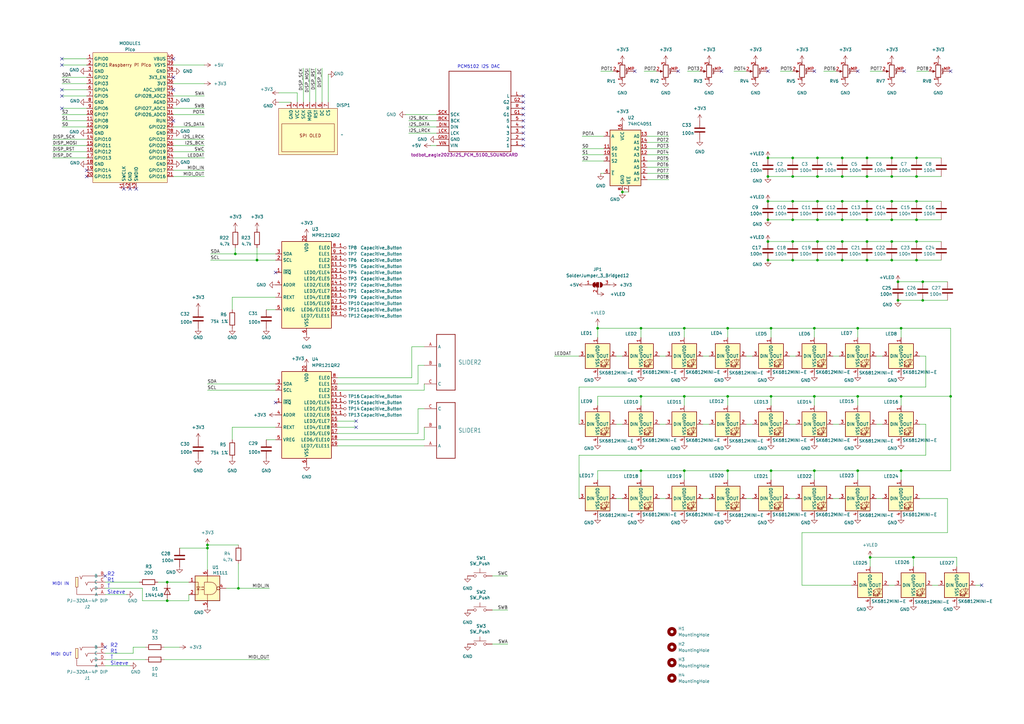
<source format=kicad_sch>
(kicad_sch (version 20250114) (generator "eeschema") (generator_version "9.0")
  (paper "A3")
  (title_block (title "synthiota1") (date "2025-06-15") (company "todbot"))
  (text "MIDI IN" (at 24.892 239.522 0) (effects (font (size 1.27 1.27))))
  (text "PCM5102 I2S DAC\n" (at 196.342 27.432 0) (effects (font (size 1.27 1.27))))
  (text "R2\nR1\nT\nSleeve\n" (at 43.942 239.268 0) (effects (font (size 1.524 1.524)) (justify left)))
  (text "MIDI OUT" (at 25.146 268.478 0) (effects (font (size 1.27 1.27))))
  (text "R2\nR1\nT\nSleeve\n" (at 45.212 268.478 0) (effects (font (size 1.524 1.524)) (justify left)))
  (junction (at 314.96 90.17))
  (junction (at 335.28 72.39))
  (junction (at 334.01 134.62))
  (junction (at 351.79 193.04))
  (junction (at 345.44 64.77))
  (junction (at 325.12 72.39))
  (junction (at 334.01 162.56))
  (junction (at 345.44 72.39))
  (junction (at 316.23 162.56))
  (junction (at 96.52 104.14))
  (junction (at 314.96 64.77))
  (junction (at 335.28 99.06))
  (junction (at 335.28 106.68))
  (junction (at 368.3 115.57))
  (junction (at 314.96 82.55))
  (junction (at 280.67 134.62))
  (junction (at 365.76 72.39))
  (junction (at 355.6 72.39))
  (junction (at 335.28 82.55))
  (junction (at 375.92 64.77))
  (junction (at 298.45 193.04))
  (junction (at 325.12 82.55))
  (junction (at 378.46 123.19))
  (junction (at 85.09 224.79))
  (junction (at 365.76 90.17))
  (junction (at 280.67 193.04))
  (junction (at 369.57 193.04))
  (junction (at 365.76 106.68))
  (junction (at 335.28 64.77))
  (junction (at 335.28 90.17))
  (junction (at 262.89 134.62))
  (junction (at 355.6 64.77))
  (junction (at 68.58 238.76))
  (junction (at 97.79 241.3))
  (junction (at 68.58 246.38))
  (junction (at 262.89 193.04))
  (junction (at 378.46 115.57))
  (junction (at 255.27 78.74))
  (junction (at 351.79 134.62))
  (junction (at 355.6 99.06))
  (junction (at 365.76 99.06))
  (junction (at 262.89 162.56))
  (junction (at 325.12 64.77))
  (junction (at 345.44 82.55))
  (junction (at 374.65 228.6))
  (junction (at 355.6 106.68))
  (junction (at 375.92 90.17))
  (junction (at 345.44 90.17))
  (junction (at 375.92 99.06))
  (junction (at 298.45 134.62))
  (junction (at 355.6 90.17))
  (junction (at 375.92 106.68))
  (junction (at 245.11 134.62))
  (junction (at 355.6 82.55))
  (junction (at 368.3 123.19))
  (junction (at 280.67 162.56))
  (junction (at 314.96 106.68))
  (junction (at 316.23 193.04))
  (junction (at 334.01 193.04))
  (junction (at 298.45 162.56))
  (junction (at 389.89 162.56))
  (junction (at 314.96 72.39))
  (junction (at 314.96 99.06))
  (junction (at 345.44 99.06))
  (junction (at 351.79 162.56))
  (junction (at 345.44 106.68))
  (junction (at 375.92 72.39))
  (junction (at 85.09 223.52))
  (junction (at 325.12 99.06))
  (junction (at 325.12 90.17))
  (junction (at 105.41 106.68))
  (junction (at 365.76 64.77))
  (junction (at 316.23 134.62))
  (junction (at 356.87 228.6))
  (junction (at 369.57 134.62))
  (junction (at 365.76 82.55))
  (junction (at 325.12 106.68))
  (junction (at 375.92 82.55))
  (junction (at 369.57 162.56))
  (no_connect (at 214.63 41.91))
  (no_connect (at 295.91 29.21))
  (no_connect (at 35.56 72.39))
  (no_connect (at 214.63 44.45))
  (no_connect (at 351.79 29.21))
  (no_connect (at 334.01 29.21))
  (no_connect (at 214.63 49.53))
  (no_connect (at 214.63 54.61))
  (no_connect (at 25.4 36.83))
  (no_connect (at 146.05 172.72))
  (no_connect (at 71.12 36.83))
  (no_connect (at 389.89 29.21))
  (no_connect (at 71.12 24.13))
  (no_connect (at 71.12 49.53))
  (no_connect (at 402.59 240.03))
  (no_connect (at 278.13 29.21))
  (no_connect (at 214.63 59.69))
  (no_connect (at 260.35 29.21))
  (no_connect (at 43.18 236.22))
  (no_connect (at 214.63 57.15))
  (no_connect (at 146.05 175.26))
  (no_connect (at 25.4 24.13))
  (no_connect (at 214.63 52.07))
  (no_connect (at 113.03 165.1))
  (no_connect (at 35.56 69.85))
  (no_connect (at 53.34 77.47))
  (no_connect (at 25.4 44.45))
  (no_connect (at 214.63 39.37))
  (no_connect (at 50.8 77.47))
  (no_connect (at 214.63 46.99))
  (no_connect (at 71.12 31.75))
  (no_connect (at 25.4 39.37))
  (no_connect (at 55.88 77.47))
  (no_connect (at 43.18 265.43))
  (no_connect (at 314.96 29.21))
  (no_connect (at 113.03 111.76))
  (no_connect (at 370.84 29.21))
  (no_connect (at 25.4 26.67))
  (wire (pts (xy 208.28 250.19) (xy 201.93 250.19)))
  (wire (pts (xy 298.45 166.37) (xy 298.45 162.56)))
  (wire (pts (xy 71.12 52.07) (xy 83.82 52.07)))
  (wire (pts (xy 308.61 173.99) (xy 306.07 173.99)))
  (wire (pts (xy 168.91 154.94) (xy 168.91 142.24)))
  (wire (pts (xy 25.4 26.67) (xy 35.56 26.67)))
  (wire (pts (xy 255.27 78.74) (xy 257.81 78.74)))
  (wire (pts (xy 300.99 29.21) (xy 306.07 29.21)))
  (wire (pts (xy 351.79 193.04) (xy 334.01 193.04)))
  (wire (pts (xy 351.79 166.37) (xy 351.79 162.56)))
  (wire (pts (xy 71.12 69.85) (xy 83.82 69.85)))
  (wire (pts (xy 334.01 138.43) (xy 334.01 134.62)))
  (wire (pts (xy 97.79 231.14) (xy 97.79 241.3)))
  (wire (pts (xy 262.89 193.04) (xy 245.11 193.04)))
  (wire (pts (xy 173.99 160.02) (xy 173.99 157.48)))
  (wire (pts (xy 316.23 193.04) (xy 298.45 193.04)))
  (wire (pts (xy 378.46 123.19) (xy 388.62 123.19)))
  (wire (pts (xy 109.22 127) (xy 113.03 127)))
  (wire (pts (xy 127 27.94) (xy 127 41.91)))
  (wire (pts (xy 368.3 123.19) (xy 378.46 123.19)))
  (wire (pts (xy 379.73 186.69) (xy 237.49 186.69)))
  (wire (pts (xy 335.28 90.17) (xy 345.44 90.17)))
  (wire (pts (xy 281.94 29.21) (xy 287.02 29.21)))
  (wire (pts (xy 68.58 238.76) (xy 77.47 238.76)))
  (wire (pts (xy 138.43 172.72) (xy 146.05 172.72)))
  (wire (pts (xy 389.89 162.56) (xy 389.89 134.62)))
  (wire (pts (xy 355.6 72.39) (xy 365.76 72.39)))
  (wire (pts (xy 71.12 26.67) (xy 83.82 26.67)))
  (wire (pts (xy 265.43 71.12) (xy 274.32 71.12)))
  (wire (pts (xy 369.57 134.62) (xy 351.79 134.62)))
  (wire (pts (xy 96.52 104.14) (xy 113.03 104.14)))
  (wire (pts (xy 341.63 204.47) (xy 344.17 204.47)))
  (wire (pts (xy 369.57 166.37) (xy 369.57 162.56)))
  (wire (pts (xy 379.73 146.05) (xy 377.19 146.05)))
  (wire (pts (xy 392.43 228.6) (xy 374.65 228.6)))
  (wire (pts (xy 341.63 146.05) (xy 344.17 146.05)))
  (wire (pts (xy 262.89 134.62) (xy 245.11 134.62)))
  (wire (pts (xy 167.64 52.07) (xy 179.07 52.07)))
  (wire (pts (xy 138.43 154.94) (xy 168.91 154.94)))
  (wire (pts (xy 316.23 196.85) (xy 316.23 193.04)))
  (wire (pts (xy 337.82 29.21) (xy 342.9 29.21)))
  (wire (pts (xy 105.41 101.6) (xy 105.41 106.68)))
  (wire (pts (xy 43.18 270.51) (xy 59.69 270.51)))
  (wire (pts (xy 388.62 218.44) (xy 328.93 218.44)))
  (wire (pts (xy 389.89 193.04) (xy 389.89 162.56)))
  (wire (pts (xy 379.73 173.99) (xy 377.19 173.99)))
  (wire (pts (xy 375.92 99.06) (xy 386.08 99.06)))
  (wire (pts (xy 325.12 90.17) (xy 335.28 90.17)))
  (wire (pts (xy 355.6 82.55) (xy 365.76 82.55)))
  (wire (pts (xy 355.6 106.68) (xy 365.76 106.68)))
  (wire (pts (xy 43.18 273.05) (xy 53.34 273.05)))
  (wire (pts (xy 71.12 59.69) (xy 83.82 59.69)))
  (wire (pts (xy 334.01 162.56) (xy 316.23 162.56)))
  (wire (pts (xy 25.4 44.45) (xy 35.56 44.45)))
  (wire (pts (xy 43.18 241.3) (xy 58.42 241.3)))
  (wire (pts (xy 71.12 72.39) (xy 83.82 72.39)))
  (wire (pts (xy 71.12 62.23) (xy 83.82 62.23)))
  (wire (pts (xy 273.05 204.47) (xy 270.51 204.47)))
  (wire (pts (xy 326.39 173.99) (xy 323.85 173.99)))
  (wire (pts (xy 262.89 162.56) (xy 245.11 162.56)))
  (wire (pts (xy 288.29 204.47) (xy 290.83 204.47)))
  (wire (pts (xy 351.79 196.85) (xy 351.79 193.04)))
  (wire (pts (xy 237.49 186.69) (xy 237.49 204.47)))
  (wire (pts (xy 369.57 193.04) (xy 389.89 193.04)))
  (wire (pts (xy 262.89 166.37) (xy 262.89 162.56)))
  (wire (pts (xy 361.95 173.99) (xy 359.41 173.99)))
  (wire (pts (xy 97.79 241.3) (xy 110.49 241.3)))
  (wire (pts (xy 345.44 106.68) (xy 355.6 106.68)))
  (wire (pts (xy 314.96 72.39) (xy 325.12 72.39)))
  (wire (pts (xy 314.96 82.55) (xy 325.12 82.55)))
  (wire (pts (xy 345.44 64.77) (xy 355.6 64.77)))
  (wire (pts (xy 361.95 146.05) (xy 359.41 146.05)))
  (wire (pts (xy 369.57 138.43) (xy 369.57 134.62)))
  (wire (pts (xy 369.57 134.62) (xy 389.89 134.62)))
  (wire (pts (xy 85.09 223.52) (xy 85.09 224.79)))
  (wire (pts (xy 246.38 71.12) (xy 247.65 71.12)))
  (wire (pts (xy 245.11 193.04) (xy 245.11 196.85)))
  (wire (pts (xy 314.96 106.68) (xy 325.12 106.68)))
  (wire (pts (xy 85.09 224.79) (xy 85.09 233.68)))
  (wire (pts (xy 325.12 64.77) (xy 335.28 64.77)))
  (wire (pts (xy 365.76 82.55) (xy 375.92 82.55)))
  (wire (pts (xy 237.49 158.75) (xy 237.49 173.99)))
  (wire (pts (xy 77.47 246.38) (xy 77.47 243.84)))
  (wire (pts (xy 171.45 157.48) (xy 171.45 149.86)))
  (wire (pts (xy 351.79 138.43) (xy 351.79 134.62)))
  (wire (pts (xy 316.23 166.37) (xy 316.23 162.56)))
  (wire (pts (xy 67.31 265.43) (xy 73.66 265.43)))
  (wire (pts (xy 138.43 180.34) (xy 173.99 180.34)))
  (wire (pts (xy 21.59 57.15) (xy 35.56 57.15)))
  (wire (pts (xy 280.67 166.37) (xy 280.67 162.56)))
  (wire (pts (xy 273.05 173.99) (xy 270.51 173.99)))
  (wire (pts (xy 262.89 138.43) (xy 262.89 134.62)))
  (wire (pts (xy 86.36 106.68) (xy 105.41 106.68)))
  (wire (pts (xy 58.42 246.38) (xy 58.42 241.3)))
  (wire (pts (xy 273.05 146.05) (xy 270.51 146.05)))
  (wire (pts (xy 280.67 134.62) (xy 262.89 134.62)))
  (wire (pts (xy 314.96 90.17) (xy 325.12 90.17)))
  (wire (pts (xy 365.76 90.17) (xy 375.92 90.17)))
  (wire (pts (xy 67.31 270.51) (xy 110.49 270.51)))
  (wire (pts (xy 326.39 146.05) (xy 323.85 146.05)))
  (wire (pts (xy 246.38 29.21) (xy 251.46 29.21)))
  (wire (pts (xy 167.64 54.61) (xy 179.07 54.61)))
  (wire (pts (xy 356.87 232.41) (xy 356.87 228.6)))
  (wire (pts (xy 25.4 39.37) (xy 35.56 39.37)))
  (wire (pts (xy 92.71 241.3) (xy 97.79 241.3)))
  (wire (pts (xy 71.12 44.45) (xy 83.82 44.45)))
  (wire (pts (xy 355.6 64.77) (xy 365.76 64.77)))
  (wire (pts (xy 25.4 49.53) (xy 35.56 49.53)))
  (wire (pts (xy 138.43 157.48) (xy 171.45 157.48)))
  (wire (pts (xy 265.43 55.88) (xy 274.32 55.88)))
  (wire (pts (xy 238.76 63.5) (xy 247.65 63.5)))
  (wire (pts (xy 375.92 72.39) (xy 386.08 72.39)))
  (wire (pts (xy 388.62 204.47) (xy 388.62 218.44)))
  (wire (pts (xy 280.67 138.43) (xy 280.67 134.62)))
  (wire (pts (xy 374.65 228.6) (xy 356.87 228.6)))
  (wire (pts (xy 328.93 240.03) (xy 349.25 240.03)))
  (wire (pts (xy 245.11 134.62) (xy 245.11 138.43)))
  (wire (pts (xy 43.18 267.97) (xy 54.61 267.97)))
  (wire (pts (xy 113.03 175.26) (xy 95.25 175.26)))
  (wire (pts (xy 345.44 82.55) (xy 355.6 82.55)))
  (wire (pts (xy 95.25 121.92) (xy 95.25 127)))
  (wire (pts (xy 114.3 41.91) (xy 119.38 41.91)))
  (wire (pts (xy 341.63 173.99) (xy 344.17 173.99)))
  (wire (pts (xy 356.87 29.21) (xy 361.95 29.21)))
  (wire (pts (xy 365.76 72.39) (xy 375.92 72.39)))
  (wire (pts (xy 379.73 173.99) (xy 379.73 186.69)))
  (wire (pts (xy 375.92 90.17) (xy 386.08 90.17)))
  (wire (pts (xy 25.4 24.13) (xy 35.56 24.13)))
  (wire (pts (xy 368.3 115.57) (xy 378.46 115.57)))
  (wire (pts (xy 325.12 99.06) (xy 335.28 99.06)))
  (wire (pts (xy 138.43 175.26) (xy 146.05 175.26)))
  (wire (pts (xy 265.43 73.66) (xy 274.32 73.66)))
  (wire (pts (xy 43.18 238.76) (xy 57.15 238.76)))
  (wire (pts (xy 298.45 193.04) (xy 280.67 193.04)))
  (wire (pts (xy 255.27 173.99) (xy 252.73 173.99)))
  (wire (pts (xy 54.61 265.43) (xy 59.69 265.43)))
  (wire (pts (xy 109.22 180.34) (xy 113.03 180.34)))
  (wire (pts (xy 351.79 162.56) (xy 334.01 162.56)))
  (wire (pts (xy 298.45 134.62) (xy 280.67 134.62)))
  (wire (pts (xy 208.28 236.22) (xy 201.93 236.22)))
  (wire (pts (xy 388.62 204.47) (xy 377.19 204.47)))
  (wire (pts (xy 132.08 27.94) (xy 132.08 41.91)))
  (wire (pts (xy 21.59 64.77) (xy 35.56 64.77)))
  (wire (pts (xy 105.41 106.68) (xy 113.03 106.68)))
  (wire (pts (xy 25.4 36.83) (xy 35.56 36.83)))
  (wire (pts (xy 334.01 134.62) (xy 316.23 134.62)))
  (wire (pts (xy 71.12 57.15) (xy 83.82 57.15)))
  (wire (pts (xy 166.37 46.99) (xy 179.07 46.99)))
  (wire (pts (xy 335.28 72.39) (xy 345.44 72.39)))
  (wire (pts (xy 167.64 49.53) (xy 179.07 49.53)))
  (wire (pts (xy 355.6 90.17) (xy 365.76 90.17)))
  (wire (pts (xy 334.01 193.04) (xy 316.23 193.04)))
  (wire (pts (xy 325.12 82.55) (xy 335.28 82.55)))
  (wire (pts (xy 280.67 196.85) (xy 280.67 193.04)))
  (wire (pts (xy 85.09 223.52) (xy 97.79 223.52)))
  (wire (pts (xy 288.29 173.99) (xy 290.83 173.99)))
  (wire (pts (xy 265.43 66.04) (xy 274.32 66.04)))
  (wire (pts (xy 379.73 158.75) (xy 237.49 158.75)))
  (wire (pts (xy 134.62 30.48) (xy 134.62 41.91)))
  (wire (pts (xy 85.09 160.02) (xy 113.03 160.02)))
  (wire (pts (xy 335.28 64.77) (xy 345.44 64.77)))
  (wire (pts (xy 384.81 240.03) (xy 382.27 240.03)))
  (wire (pts (xy 85.09 157.48) (xy 113.03 157.48)))
  (wire (pts (xy 320.04 29.21) (xy 325.12 29.21)))
  (wire (pts (xy 238.76 60.96) (xy 247.65 60.96)))
  (wire (pts (xy 334.01 166.37) (xy 334.01 162.56)))
  (wire (pts (xy 262.89 196.85) (xy 262.89 193.04)))
  (wire (pts (xy 325.12 72.39) (xy 335.28 72.39)))
  (wire (pts (xy 114.3 38.1) (xy 121.92 38.1)))
  (wire (pts (xy 375.92 82.55) (xy 386.08 82.55)))
  (wire (pts (xy 86.36 104.14) (xy 96.52 104.14)))
  (wire (pts (xy 245.11 133.35) (xy 245.11 134.62)))
  (wire (pts (xy 345.44 99.06) (xy 355.6 99.06)))
  (wire (pts (xy 335.28 82.55) (xy 345.44 82.55)))
  (wire (pts (xy 21.59 62.23) (xy 35.56 62.23)))
  (wire (pts (xy 121.92 38.1) (xy 121.92 41.91)))
  (wire (pts (xy 369.57 196.85) (xy 369.57 193.04)))
  (wire (pts (xy 124.46 27.94) (xy 124.46 41.91)))
  (wire (pts (xy 364.49 240.03) (xy 367.03 240.03)))
  (wire (pts (xy 316.23 134.62) (xy 298.45 134.62)))
  (wire (pts (xy 328.93 218.44) (xy 328.93 240.03)))
  (wire (pts (xy 265.43 60.96) (xy 274.32 60.96)))
  (wire (pts (xy 355.6 99.06) (xy 365.76 99.06)))
  (wire (pts (xy 264.16 29.21) (xy 269.24 29.21)))
  (wire (pts (xy 335.28 106.68) (xy 345.44 106.68)))
  (wire (pts (xy 314.96 64.77) (xy 325.12 64.77)))
  (wire (pts (xy 25.4 46.99) (xy 35.56 46.99)))
  (wire (pts (xy 316.23 162.56) (xy 298.45 162.56)))
  (wire (pts (xy 208.28 264.16) (xy 201.93 264.16)))
  (wire (pts (xy 71.12 64.77) (xy 83.82 64.77)))
  (wire (pts (xy 375.92 106.68) (xy 386.08 106.68)))
  (wire (pts (xy 265.43 58.42) (xy 274.32 58.42)))
  (wire (pts (xy 54.61 267.97) (xy 54.61 265.43)))
  (wire (pts (xy 369.57 162.56) (xy 351.79 162.56)))
  (wire (pts (xy 238.76 66.04) (xy 247.65 66.04)))
  (wire (pts (xy 378.46 115.57) (xy 388.62 115.57)))
  (wire (pts (xy 64.77 238.76) (xy 68.58 238.76)))
  (wire (pts (xy 71.12 34.29) (xy 83.82 34.29)))
  (wire (pts (xy 171.45 149.86) (xy 173.99 149.86)))
  (wire (pts (xy 71.12 39.37) (xy 83.82 39.37)))
  (wire (pts (xy 351.79 134.62) (xy 334.01 134.62)))
  (wire (pts (xy 21.59 59.69) (xy 35.56 59.69)))
  (wire (pts (xy 375.92 64.77) (xy 386.08 64.77)))
  (wire (pts (xy 138.43 177.8) (xy 171.45 177.8)))
  (wire (pts (xy 238.76 55.88) (xy 247.65 55.88)))
  (wire (pts (xy 365.76 106.68) (xy 375.92 106.68)))
  (wire (pts (xy 265.43 68.58) (xy 274.32 68.58)))
  (wire (pts (xy 171.45 167.64) (xy 173.99 167.64)))
  (wire (pts (xy 326.39 204.47) (xy 323.85 204.47)))
  (wire (pts (xy 314.96 99.06) (xy 325.12 99.06)))
  (wire (pts (xy 129.54 27.94) (xy 129.54 41.91)))
  (wire (pts (xy 365.76 99.06) (xy 375.92 99.06)))
  (wire (pts (xy 25.4 52.07) (xy 35.56 52.07)))
  (wire (pts (xy 168.91 142.24) (xy 173.99 142.24)))
  (wire (pts (xy 374.65 232.41) (xy 374.65 228.6)))
  (wire (pts (xy 316.23 138.43) (xy 316.23 134.62)))
  (wire (pts (xy 298.45 196.85) (xy 298.45 193.04)))
  (wire (pts (xy 365.76 64.77) (xy 375.92 64.77)))
  (wire (pts (xy 361.95 204.47) (xy 359.41 204.47)))
  (wire (pts (xy 345.44 90.17) (xy 355.6 90.17)))
  (wire (pts (xy 308.61 146.05) (xy 306.07 146.05)))
  (wire (pts (xy 138.43 182.88) (xy 173.99 182.88)))
  (wire (pts (xy 43.18 243.84) (xy 52.07 243.84)))
  (wire (pts (xy 255.27 204.47) (xy 252.73 204.47)))
  (wire (pts (xy 71.12 46.99) (xy 83.82 46.99)))
  (wire (pts (xy 369.57 162.56) (xy 389.89 162.56)))
  (wire (pts (xy 375.92 29.21) (xy 381 29.21)))
  (wire (pts (xy 245.11 162.56) (xy 245.11 166.37)))
  (wire (pts (xy 95.25 175.26) (xy 95.25 180.34)))
  (wire (pts (xy 255.27 146.05) (xy 252.73 146.05)))
  (wire (pts (xy 345.44 72.39) (xy 355.6 72.39)))
  (wire (pts (xy 369.57 193.04) (xy 351.79 193.04)))
  (wire (pts (xy 68.58 246.38) (xy 58.42 246.38)))
  (wire (pts (xy 280.67 193.04) (xy 262.89 193.04)))
  (wire (pts (xy 402.59 240.03) (xy 400.05 240.03)))
  (wire (pts (xy 379.73 146.05) (xy 379.73 158.75)))
  (wire (pts (xy 392.43 232.41) (xy 392.43 228.6)))
  (wire (pts (xy 335.28 99.06) (xy 345.44 99.06)))
  (wire (pts (xy 298.45 162.56) (xy 280.67 162.56)))
  (wire (pts (xy 73.66 224.79) (xy 85.09 224.79)))
  (wire (pts (xy 227.33 146.05) (xy 237.49 146.05)))
  (wire (pts (xy 96.52 101.6) (xy 96.52 104.14)))
  (wire (pts (xy 77.47 246.38) (xy 68.58 246.38)))
  (wire (pts (xy 288.29 146.05) (xy 290.83 146.05)))
  (wire (pts (xy 176.53 59.69) (xy 179.07 59.69)))
  (wire (pts (xy 265.43 63.5) (xy 274.32 63.5)))
  (wire (pts (xy 138.43 160.02) (xy 173.99 160.02)))
  (wire (pts (xy 25.4 34.29) (xy 35.56 34.29)))
  (wire (pts (xy 173.99 180.34) (xy 173.99 175.26)))
  (wire (pts (xy 95.25 121.92) (xy 113.03 121.92)))
  (wire (pts (xy 334.01 196.85) (xy 334.01 193.04)))
  (wire (pts (xy 171.45 177.8) (xy 171.45 167.64)))
  (wire (pts (xy 298.45 138.43) (xy 298.45 134.62)))
  (wire (pts (xy 25.4 31.75) (xy 35.56 31.75)))
  (wire (pts (xy 325.12 106.68) (xy 335.28 106.68)))
  (wire (pts (xy 308.61 204.47) (xy 306.07 204.47)))
  (wire (pts (xy 280.67 162.56) (xy 262.89 162.56)))
  (label "POT7" (at 356.87 29.21 0))
  (label "LEDDAT" (at 83.82 64.77 180))
  (label "POT7" (at 274.32 71.12 180))
  (label "S0" (at 25.4 52.07 0))
  (label "SDA" (at 85.09 157.48 0))
  (label "POT1" (at 246.38 29.21 0))
  (label "I2S_LRCK" (at 167.64 54.61 0))
  (label "MIDI_IN" (at 110.49 241.3 180))
  (label "POT6" (at 274.32 68.58 180))
  (label "SWC" (at 83.82 62.23 180))
  (label "DISP_DC" (at 21.59 64.77 0))
  (label "S1" (at 238.76 63.5 0))
  (label "MIDI_IN" (at 83.82 69.85 180))
  (label "POT5" (at 274.32 66.04 180))
  (label "DISP_DC" (at 132.08 27.94 270))
  (label "POTA" (at 83.82 46.99 180))
  (label "POT8" (at 274.32 73.66 180))
  (label "MIDI_OUT" (at 110.49 270.51 180))
  (label "S0" (at 238.76 60.96 0))
  (label "POT2" (at 264.16 29.21 0))
  (label "POT4" (at 300.99 29.21 0))
  (label "SCL" (at 86.36 106.68 0))
  (label "POTA" (at 238.76 55.88 0))
  (label "POT3" (at 274.32 60.96 180))
  (label "LEDDAT" (at 227.33 146.05 0))
  (label "I2S_LRCK" (at 83.82 57.15 180))
  (label "POT2" (at 274.32 58.42 180))
  (label "SDA" (at 86.36 104.14 0))
  (label "I2S_BCK" (at 167.64 49.53 0))
  (label "I2S_DATA" (at 167.64 52.07 0))
  (label "SWA" (at 83.82 39.37 180))
  (label "SCL" (at 85.09 160.02 0))
  (label "SWB" (at 208.28 250.19 180))
  (label "DISP_RST" (at 129.54 27.94 270))
  (label "SWB" (at 83.82 44.45 180))
  (label "I2S_DATA" (at 83.82 52.07 180))
  (label "POT3" (at 281.94 29.21 0))
  (label "SWC" (at 208.28 236.22 180))
  (label "POT8" (at 375.92 29.21 0))
  (label "POT1" (at 274.32 55.88 180))
  (label "DISP_SCK" (at 21.59 57.15 0))
  (label "POT5" (at 320.04 29.21 0))
  (label "DISP_MOSI" (at 21.59 59.69 0))
  (label "S2" (at 25.4 46.99 0))
  (label "DISP_SCK" (at 124.46 27.94 270))
  (label "POT6" (at 337.82 29.21 0))
  (label "DISP_RST" (at 21.59 62.23 0))
  (label "SDA" (at 25.4 31.75 0))
  (label "DISP_MOSI" (at 127 27.94 270))
  (label "S1" (at 25.4 49.53 0))
  (label "SWA" (at 208.28 264.16 180))
  (label "POT4" (at 274.32 63.5 180))
  (label "I2S_BCK" (at 83.82 59.69 180))
  (label "SCL" (at 25.4 34.29 0))
  (label "S2" (at 238.76 66.04 0))
  (label "MIDI_OUT" (at 83.82 72.39 180))
  (symbol (lib_id "todbot_eagle2023:Capacitive_Button") (at 138.43 106.68 270) (unit 1)
    (property "Reference" "TP6" (at 142.748 106.68 90) (effects (justify left)))
    (property "Value" "Capacitive_Button" (at 147.828 106.68 90) (effects (justify left)))
    (property "Footprint" "todbot_eagle2023:TOUCHPAD_KEY_0.5IN_LEDHOLE" (effects (hide yes)))
    (property "Description" "Capacitive Touch Button" (effects (hide yes)))
  )
  (symbol (lib_id "Device:C") (at 325.12 102.87 0) (unit 1)
    (property "Reference" "C18" (at 318.516 101.6 0) (effects (justify left)))
    (property "Value" "100n" (at 317.754 104.14 0) (effects (justify left)))
    (property "Footprint" "Capacitor_SMD:C_0603_1608Metric" (effects (hide yes)))
    (property "Description" "Unpolarized capacitor" (effects (hide yes)))
  )
  (symbol (lib_id "power:+VSW") (at 314.96 99.06 0) (unit 1)
    (property "Reference" "#PWR021" (effects (hide yes)))
    (property "Value" "+VLED" (at 310.388 97.282 0))
    (property "Description" "Power symbol creates a global label with name \"+VLED\"" (effects (hide yes)))
  )
  (symbol (lib_id "Device:C") (at 386.08 86.36 0) (unit 1)
    (property "Reference" "C16" (at 379.476 85.09 0) (effects (justify left)))
    (property "Value" "100n" (at 378.714 87.63 0) (effects (justify left)))
    (property "Footprint" "Capacitor_SMD:C_0603_1608Metric" (effects (hide yes)))
    (property "Description" "Unpolarized capacitor" (effects (hide yes)))
  )
  (symbol (lib_id "PCM_marbastlib-various:SK6812MINI-E") (at 374.65 240.03 0) (unit 1)
    (property "Reference" "LED26" (at 370.078 230.632 0))
    (property "Value" "SK6812MINI-E" (at 382.27 246.888 0))
    (property "Footprint" "PCM_marbastlib-various:LED_6028R" (effects (hide yes)))
    (property "Description" "Reverse mount adressable LED (WS2812 protocol)" (effects (hide yes)))
  )
  (symbol (lib_id "PCM_marbastlib-various:SK6812MINI-E") (at 298.45 146.05 0) (unit 1)
    (property "Reference" "LED4" (at 293.878 136.652 0))
    (property "Value" "SK6812MINI-E" (at 306.07 152.908 0))
    (property "Footprint" "PCM_marbastlib-various:LED_6028R" (effects (hide yes)))
    (property "Description" "Reverse mount adressable LED (WS2812 protocol)" (effects (hide yes)))
  )
  (symbol (lib_id "power:+3V3") (at 73.66 265.43 270) (unit 1)
    (property "Reference" "#PWR023" (effects (hide yes)))
    (property "Value" "+3V3" (at 77.47 265.4299 90) (effects (justify left)))
    (property "Description" "Power symbol creates a global label with name \"+3V3\"" (effects (hide yes)))
  )
  (symbol (lib_id "Device:R_Potentiometer_MountingPin") (at 290.83 29.21 180) (unit 1)
    (property "Reference" "RV3" (at 286.258 33.274 0))
    (property "Value" "R_Potentiometer_MountingPin" (effects (hide yes)))
    (property "Footprint" "todbot_stuff:Potentiometer_Alps_RK09K_Single_Vertical" (effects (hide yes)))
    (property "Description" "Potentiometer with a mounting pin" (effects (hide yes)))
  )
  (symbol (lib_id "power:GND") (at 113.03 116.84 270) (unit 1)
    (property "Reference" "#PWR091" (effects (hide yes)))
    (property "Value" "GND" (at 109.22 116.8399 90) (effects (justify right)))
    (property "Description" "Power symbol creates a global label with name \"GND\" , ground" (effects (hide yes)))
  )
  (symbol (lib_id "power:+VSW") (at 368.3 115.57 0) (unit 1)
    (property "Reference" "#PWR084" (effects (hide yes)))
    (property "Value" "+VLED" (at 363.728 113.792 0))
    (property "Description" "Power symbol creates a global label with name \"+VLED\"" (effects (hide yes)))
  )
  (symbol (lib_id "power:GND") (at 255.27 78.74 0) (unit 1)
    (property "Reference" "#PWR047" (effects (hide yes)))
    (property "Value" "GND" (at 252.222 81.788 0))
    (property "Description" "Power symbol creates a global label with name \"GND\" , ground" (effects (hide yes)))
  )
  (symbol (lib_id "Mechanical:MountingHole") (at 275.59 278.13 0) (unit 1) (in_bom no)
    (property "Reference" "H4" (at 278.13 276.8599 0) (effects (justify left)))
    (property "Value" "MountingHole" (at 278.13 279.3999 0) (effects (justify left)))
    (property "Footprint" "MountingHole:MountingHole_2.7mm_M2.5" (effects (hide yes)))
    (property "Description" "Mounting Hole without connection" (effects (hide yes)))
  )
  (symbol (lib_id "power:+3V3") (at 83.82 34.29 270) (unit 1)
    (property "Reference" "#PWR010" (effects (hide yes)))
    (property "Value" "+3V3" (at 87.63 34.2899 90) (effects (justify left)))
    (property "Description" "Power symbol creates a global label with name \"+3V3\"" (effects (hide yes)))
  )
  (symbol (lib_id "power:GND") (at 95.25 134.62 0) (unit 1)
    (property "Reference" "#PWR090" (effects (hide yes)))
    (property "Value" "GND" (at 95.25 138.43 0))
    (property "Description" "Power symbol creates a global label with name \"GND\" , ground" (effects (hide yes)))
  )
  (symbol (lib_id "power:GND") (at 273.05 33.02 0) (unit 1)
    (property "Reference" "#PWR034" (effects (hide yes)))
    (property "Value" "GND" (at 273.05 38.1 0))
    (property "Description" "Power symbol creates a global label with name \"GND\" , ground" (effects (hide yes)))
  )
  (symbol (lib_id "power:+3V3") (at 250.19 116.84 270) (unit 1)
    (property "Reference" "#PWR018" (effects (hide yes)))
    (property "Value" "+3V3" (at 254 116.8399 90) (effects (justify left)))
    (property "Description" "Power symbol creates a global label with name \"+3V3\"" (effects (hide yes)))
  )
  (symbol (lib_id "power:GND") (at 125.73 137.16 0) (unit 1)
    (property "Reference" "#PWR0100" (effects (hide yes)))
    (property "Value" "GND" (at 125.73 142.24 0))
    (property "Description" "Power symbol creates a global label with name \"GND\" , ground" (effects (hide yes)))
  )
  (symbol (lib_id "Device:C") (at 109.22 184.15 0) (unit 1)
    (property "Reference" "C29" (at 101.854 181.864 0) (effects (justify left)))
    (property "Value" "100n" (at 101.854 185.42 0) (effects (justify left)))
    (property "Footprint" "Capacitor_SMD:C_0603_1608Metric" (effects (hide yes)))
    (property "Description" "Unpolarized capacitor" (effects (hide yes)))
  )
  (symbol (lib_id "power:GND") (at 71.12 41.91 90) (unit 1)
    (property "Reference" "#PWR06" (effects (hide yes)))
    (property "Value" "GND" (at 73.914 41.148 90) (effects (justify right)))
    (property "Description" "Power symbol creates a global label with name \"GND\" , ground" (effects (hide yes)))
  )
  (symbol (lib_id "power:GND") (at 316.23 212.09 0) (unit 1)
    (property "Reference" "#PWR063" (effects (hide yes)))
    (property "Value" "GND" (at 314.706 214.376 0) (effects (justify right)))
    (property "Description" "Power symbol creates a global label with name \"GND\" , ground" (effects (hide yes)))
  )
  (symbol (lib_id "power:GND") (at 245.11 153.67 0) (unit 1)
    (property "Reference" "#PWR031" (effects (hide yes)))
    (property "Value" "GND" (at 243.586 155.956 0) (effects (justify right)))
    (property "Description" "Power symbol creates a global label with name \"GND\" , ground" (effects (hide yes)))
  )
  (symbol (lib_id "power:GND") (at 109.22 134.62 0) (unit 1)
    (property "Reference" "#PWR0104" (effects (hide yes)))
    (property "Value" "GND" (at 109.22 138.43 0))
    (property "Description" "Power symbol creates a global label with name \"GND\" , ground" (effects (hide yes)))
  )
  (symbol (lib_id "Device:C") (at 335.28 102.87 0) (unit 1)
    (property "Reference" "C19" (at 328.676 101.6 0) (effects (justify left)))
    (property "Value" "100n" (at 327.914 104.14 0) (effects (justify left)))
    (property "Footprint" "Capacitor_SMD:C_0603_1608Metric" (effects (hide yes)))
    (property "Description" "Unpolarized capacitor" (effects (hide yes)))
  )
  (symbol (lib_id "power:GND") (at 134.62 30.48 90) (unit 1)
    (property "Reference" "#PWR067" (effects (hide yes)))
    (property "Value" "GND" (at 138.938 30.226 90))
    (property "Description" "Power symbol creates a global label with name \"GND\" , ground" (effects (hide yes)))
  )
  (symbol (lib_id "todbot_eagle2023:I2S_PCM_51XX_SOUNDCARD") (at 184.15 62.23 0) (unit 1)
    (property "Reference" "MODULE2" (effects (hide yes)))
    (property "Footprint" "todbot_eagle2023:I2S_PCM_5100_SOUNDCARD" (at 190.5 63.5 0))
  )
  (symbol (lib_id "PCM_marbastlib-various:SK6812MINI-E") (at 392.43 240.03 0) (unit 1)
    (property "Reference" "LED27" (at 388.366 230.886 0))
    (property "Value" "SK6812MINI-E" (at 400.05 246.634 0))
    (property "Footprint" "PCM_marbastlib-various:LED_6028R" (effects (hide yes)))
    (property "Description" "Reverse mount adressable LED (WS2812 protocol)" (effects (hide yes)))
  )
  (symbol (lib_id "power:GND") (at 95.25 187.96 0) (unit 1)
    (property "Reference" "#PWR099" (effects (hide yes)))
    (property "Value" "GND" (at 95.25 193.04 0))
    (property "Description" "Power symbol creates a global label with name \"GND\" , ground" (effects (hide yes)))
  )
  (symbol (lib_id "PCM_marbastlib-various:SK6812MINI-E") (at 334.01 173.99 0) (unit 1)
    (property "Reference" "LED14" (at 329.946 164.846 0))
    (property "Value" "SK6812MINI-E" (at 341.63 180.594 0))
    (property "Footprint" "PCM_marbastlib-various:LED_6028R" (effects (hide yes)))
    (property "Description" "Reverse mount adressable LED (WS2812 protocol)" (effects (hide yes)))
  )
  (symbol (lib_id "Device:R_Potentiometer_MountingPin") (at 309.88 29.21 180) (unit 1)
    (property "Reference" "RV4" (at 305.308 33.274 0))
    (property "Value" "R_Potentiometer_MountingPin" (effects (hide yes)))
    (property "Footprint" "todbot_stuff:Potentiometer_Alps_RK09K_Single_Vertical" (effects (hide yes)))
    (property "Description" "Potentiometer with a mounting pin" (effects (hide yes)))
  )
  (symbol (lib_id "power:GND") (at 369.57 153.67 0) (unit 1)
    (property "Reference" "#PWR053" (effects (hide yes)))
    (property "Value" "GND" (at 368.046 155.956 0) (effects (justify right)))
    (property "Description" "Power symbol creates a global label with name \"GND\" , ground" (effects (hide yes)))
  )
  (symbol (lib_id "PCM_marbastlib-various:SK6812MINI-E") (at 280.67 204.47 0) (unit 1)
    (property "Reference" "LED19" (at 276.606 195.326 0))
    (property "Value" "SK6812MINI-E" (at 288.29 211.074 0))
    (property "Footprint" "PCM_marbastlib-various:LED_6028R" (effects (hide yes)))
    (property "Description" "Reverse mount adressable LED (WS2812 protocol)" (effects (hide yes)))
  )
  (symbol (lib_id "PCM_marbastlib-various:SK6812MINI-E") (at 369.57 146.05 0) (unit 1)
    (property "Reference" "LED8" (at 365.506 136.906 0))
    (property "Value" "SK6812MINI-E" (at 377.19 152.654 0))
    (property "Footprint" "PCM_marbastlib-various:LED_6028R" (effects (hide yes)))
    (property "Description" "Reverse mount adressable LED (WS2812 protocol)" (effects (hide yes)))
  )
  (symbol (lib_id "todbot_eagle2023:Capacitive_Button") (at 138.43 116.84 270) (unit 1)
    (property "Reference" "TP2" (at 142.748 116.84 90) (effects (justify left)))
    (property "Value" "Capacitive_Button" (at 147.828 116.84 90) (effects (justify left)))
    (property "Footprint" "todbot_eagle2023:TOUCHPAD_KEY_0.5IN_LEDHOLE" (effects (hide yes)))
    (property "Description" "Capacitive Touch Button" (effects (hide yes)))
  )
  (symbol (lib_id "todbot_eagle2023:Capacitive_Button") (at 138.43 124.46 270) (unit 1)
    (property "Reference" "TP10" (at 142.748 124.46 90) (effects (justify left)))
    (property "Value" "Capacitive_Button" (at 147.828 124.46 90) (effects (justify left)))
    (property "Footprint" "todbot_eagle2023:TOUCHPAD_KEY_0.5IN_LEDHOLE" (effects (hide yes)))
    (property "Description" "Capacitive Touch Button" (effects (hide yes)))
  )
  (symbol (lib_id "todbot_eagle2023:DISPLAY-OLED-SPI") (at 127 53.34 0) (unit 1)
    (property "Reference" "DISP1" (at 137.922 43.18 0) (effects (justify left)))
    (property "Value" "~" (at 139.7 55.245 0) (effects (justify left)))
    (property "Footprint" "todbot_eagle2023:DISPLAY-OLED-128X64-1.3IN" (effects (hide yes)))
  )
  (symbol (lib_id "PCM_marbastlib-various:SK6812MINI-E") (at 369.57 204.47 0) (unit 1)
    (property "Reference" "LED24" (at 365.506 195.326 0))
    (property "Value" "SK6812MINI-E" (at 377.19 211.074 0))
    (property "Footprint" "PCM_marbastlib-various:LED_6028R" (effects (hide yes)))
    (property "Description" "Reverse mount adressable LED (WS2812 protocol)" (effects (hide yes)))
  )
  (symbol (lib_id "Device:R_Potentiometer_MountingPin") (at 384.81 29.21 180) (unit 1)
    (property "Reference" "RV8" (at 380.238 33.274 0))
    (property "Value" "R_Potentiometer_MountingPin" (effects (hide yes)))
    (property "Footprint" "todbot_stuff:Potentiometer_Alps_RK09K_Single_Vertical" (effects (hide yes)))
    (property "Description" "Potentiometer with a mounting pin" (effects (hide yes)))
  )
  (symbol (lib_id "todbot_eagle2023:TouchSlider-3sectors") (at 184.15 175.26 0) (mirror x) (unit 1)
    (property "Reference" "SLIDER1" (at 187.96 176.53 0) (effects (font (size 1.778 1.5113)) (justify left)))
    (property "Footprint" "todbot_stuff:TouchSlider3_50x8mm_ti" (effects (hide yes)))
  )
  (symbol (lib_id "PCM_marbastlib-various:SK6812MINI-E") (at 280.67 173.99 0) (unit 1)
    (property "Reference" "LED11" (at 276.606 164.846 0))
    (property "Value" "SK6812MINI-E" (at 288.29 180.594 0))
    (property "Footprint" "PCM_marbastlib-various:LED_6028R" (effects (hide yes)))
    (property "Description" "Reverse mount adressable LED (WS2812 protocol)" (effects (hide yes)))
  )
  (symbol (lib_id "Device:R") (at 105.41 97.79 0) (mirror x) (unit 1)
    (property "Reference" "R23" (at 100.838 97.536 0))
    (property "Value" "4.7k" (at 101.092 100.076 0))
    (property "Footprint" "Resistor_SMD:R_0603_1608Metric" (effects (hide yes)))
    (property "Description" "Resistor" (effects (hide yes)))
  )
  (symbol (lib_id "Device:C") (at 378.46 119.38 0) (unit 1)
    (property "Reference" "C26" (at 371.856 118.11 0) (effects (justify left)))
    (property "Value" "100n" (at 371.094 120.65 0) (effects (justify left)))
    (property "Footprint" "Capacitor_SMD:C_0603_1608Metric" (effects (hide yes)))
    (property "Description" "Unpolarized capacitor" (effects (hide yes)))
  )
  (symbol (lib_id "PCM_marbastlib-various:SK6812MINI-E") (at 351.79 204.47 0) (unit 1)
    (property "Reference" "LED23" (at 347.218 195.072 0))
    (property "Value" "SK6812MINI-E" (at 359.41 211.328 0))
    (property "Footprint" "PCM_marbastlib-various:LED_6028R" (effects (hide yes)))
    (property "Description" "Reverse mount adressable LED (WS2812 protocol)" (effects (hide yes)))
  )
  (symbol (lib_id "Isolator:H11L1") (at 85.09 241.3 0) (unit 1)
    (property "Reference" "U1" (at 88.392 232.664 0))
    (property "Value" "H11L1" (at 90.424 234.95 0))
    (property "Footprint" "easyeda2kicad:SMD-6_L7.3-W6.5-P2.54-LS10.2-BL" (effects (hide yes)))
    (property "Datasheet" "https://www.onsemi.com/pub/Collateral/H11L3M-D.PDF" (effects (hide yes)))
    (property "Description" "Schmitt Trigger Output Optocoupler, High Speed, DIP-6, 1.6mA turn on threshold" (effects (hide yes)))
    (property "LCSC" "C78589" (effects (hide yes)))
  )
  (symbol (lib_id "power:GND") (at 298.45 181.61 0) (unit 1)
    (property "Reference" "#PWR056" (effects (hide yes)))
    (property "Value" "GND" (at 296.926 183.896 0) (effects (justify right)))
    (property "Description" "Power symbol creates a global label with name \"GND\" , ground" (effects (hide yes)))
  )
  (symbol (lib_id "power:GND") (at 316.23 181.61 0) (unit 1)
    (property "Reference" "#PWR057" (effects (hide yes)))
    (property "Value" "GND" (at 314.706 183.896 0) (effects (justify right)))
    (property "Description" "Power symbol creates a global label with name \"GND\" , ground" (effects (hide yes)))
  )
  (symbol (lib_id "power:+VSW") (at 314.96 82.55 0) (unit 1)
    (property "Reference" "#PWR017" (effects (hide yes)))
    (property "Value" "+VLED" (at 310.388 80.772 0))
    (property "Description" "Power symbol creates a global label with name \"+VLED\"" (effects (hide yes)))
  )
  (symbol (lib_id "Mechanical:MountingHole") (at 275.59 271.78 0) (unit 1) (in_bom no)
    (property "Reference" "H3" (at 278.13 270.5099 0) (effects (justify left)))
    (property "Value" "MountingHole" (at 278.13 273.0499 0) (effects (justify left)))
    (property "Footprint" "MountingHole:MountingHole_2.7mm_M2.5" (effects (hide yes)))
    (property "Description" "Mounting Hole without connection" (effects (hide yes)))
  )
  (symbol (lib_id "power:+3V3") (at 125.73 96.52 0) (unit 1)
    (property "Reference" "#PWR0102" (effects (hide yes)))
    (property "Value" "+3V3" (at 125.73 91.44 0))
    (property "Description" "Power symbol creates a global label with name \"+3V3\"" (effects (hide yes)))
  )
  (symbol (lib_id "Switch:SW_Push") (at 196.85 264.16 0) (mirror y) (unit 1)
    (property "Reference" "SW3" (at 197.358 256.794 0))
    (property "Value" "SW_Push" (at 196.85 259.08 0))
    (property "Footprint" "Button_Switch_THT:SW_PUSH_6mm_H4.3mm" (effects (hide yes)))
    (property "Description" "Push button switch, generic, two pins" (effects (hide yes)))
  )
  (symbol (lib_id "power:GND") (at 71.12 67.31 90) (unit 1)
    (property "Reference" "#PWR08" (effects (hide yes)))
    (property "Value" "GND" (at 73.914 66.548 90) (effects (justify right)))
    (property "Description" "Power symbol creates a global label with name \"GND\" , ground" (effects (hide yes)))
  )
  (symbol (lib_id "Device:C") (at 325.12 86.36 0) (unit 1)
    (property "Reference" "C10" (at 318.516 85.09 0) (effects (justify left)))
    (property "Value" "100n" (at 317.754 87.63 0) (effects (justify left)))
    (property "Footprint" "Capacitor_SMD:C_0603_1608Metric" (effects (hide yes)))
    (property "Description" "Unpolarized capacitor" (effects (hide yes)))
  )
  (symbol (lib_id "power:GND") (at 351.79 153.67 0) (unit 1)
    (property "Reference" "#PWR052" (effects (hide yes)))
    (property "Value" "GND" (at 350.266 155.956 0) (effects (justify right)))
    (property "Description" "Power symbol creates a global label with name \"GND\" , ground" (effects (hide yes)))
  )
  (symbol (lib_id "todbot_eagle2023:TouchSlider-3sectors") (at 184.15 149.86 0) (unit 1)
    (property "Reference" "SLIDER2" (at 187.96 148.59 0) (effects (font (size 1.778 1.5113)) (justify left)))
    (property "Footprint" "todbot_stuff:TouchSlider3_50x8mm_ti" (effects (hide yes)))
  )
  (symbol (lib_id "todbot_eagle2023:Capacitive_Button") (at 138.43 101.6 270) (unit 1)
    (property "Reference" "TP8" (at 142.748 101.6 90) (effects (justify left)))
    (property "Value" "Capacitive_Button" (at 147.828 101.6 90) (effects (justify left)))
    (property "Footprint" "todbot_eagle2023:TOUCHPAD_KEY_0.5IN_LEDHOLE" (effects (hide yes)))
    (property "Description" "Capacitive Touch Button" (effects (hide yes)))
  )
  (symbol (lib_id "Device:C") (at 386.08 102.87 0) (unit 1)
    (property "Reference" "C24" (at 379.476 101.6 0) (effects (justify left)))
    (property "Value" "100n" (at 378.714 104.14 0) (effects (justify left)))
    (property "Footprint" "Capacitor_SMD:C_0603_1608Metric" (effects (hide yes)))
    (property "Description" "Unpolarized capacitor" (effects (hide yes)))
  )
  (symbol (lib_id "power:+3V3") (at 273.05 25.4 0) (unit 1)
    (property "Reference" "#PWR033" (effects (hide yes)))
    (property "Value" "+3V3" (at 273.05 20.32 0))
    (property "Description" "Power symbol creates a global label with name \"+3V3\"" (effects (hide yes)))
  )
  (symbol (lib_id "PCM_marbastlib-various:SK6812MINI-E") (at 298.45 173.99 0) (unit 1)
    (property "Reference" "LED12" (at 293.878 164.592 0))
    (property "Value" "SK6812MINI-E" (at 306.07 180.848 0))
    (property "Footprint" "PCM_marbastlib-various:LED_6028R" (effects (hide yes)))
    (property "Description" "Reverse mount adressable LED (WS2812 protocol)" (effects (hide yes)))
  )
  (symbol (lib_id "Device:C") (at 314.96 68.58 0) (unit 1)
    (property "Reference" "C1" (at 308.356 67.31 0) (effects (justify left)))
    (property "Value" "100n" (at 307.594 69.85 0) (effects (justify left)))
    (property "Footprint" "Capacitor_SMD:C_0603_1608Metric" (effects (hide yes)))
    (property "Description" "Unpolarized capacitor" (effects (hide yes)))
  )
  (symbol (lib_id "Device:C") (at 355.6 86.36 0) (unit 1)
    (property "Reference" "C13" (at 348.996 85.09 0) (effects (justify left)))
    (property "Value" "100n" (at 348.234 87.63 0) (effects (justify left)))
    (property "Footprint" "Capacitor_SMD:C_0603_1608Metric" (effects (hide yes)))
    (property "Description" "Unpolarized capacitor" (effects (hide yes)))
  )
  (symbol (lib_id "power:+3V3") (at 365.76 25.4 0) (unit 1)
    (property "Reference" "#PWR043" (effects (hide yes)))
    (property "Value" "+3V3" (at 365.76 20.32 0))
    (property "Description" "Power symbol creates a global label with name \"+3V3\"" (effects (hide yes)))
  )
  (symbol (lib_id "power:GND") (at 191.77 236.22 0) (mirror y) (unit 1)
    (property "Reference" "#PWR015" (effects (hide yes)))
    (property "Value" "GND" (at 191.77 241.3 0))
    (property "Description" "Power symbol creates a global label with name \"GND\" , ground" (effects (hide yes)))
  )
  (symbol (lib_id "power:GND") (at 384.81 33.02 0) (unit 1)
    (property "Reference" "#PWR046" (effects (hide yes)))
    (property "Value" "GND" (at 384.81 38.1 0))
    (property "Description" "Power symbol creates a global label with name \"GND\" , ground" (effects (hide yes)))
  )
  (symbol (lib_id "Device:R") (at 97.79 227.33 0) (mirror x) (unit 1)
    (property "Reference" "R4" (at 93.218 227.076 0))
    (property "Value" "4.7k" (at 93.472 229.616 0))
    (property "Footprint" "Resistor_SMD:R_0603_1608Metric" (effects (hide yes)))
    (property "Description" "Resistor" (effects (hide yes)))
  )
  (symbol (lib_id "power:GND") (at 316.23 153.67 0) (unit 1)
    (property "Reference" "#PWR051" (effects (hide yes)))
    (property "Value" "GND" (at 314.706 155.956 0) (effects (justify right)))
    (property "Description" "Power symbol creates a global label with name \"GND\" , ground" (effects (hide yes)))
  )
  (symbol (lib_id "Device:R") (at 63.5 270.51 270) (mirror x) (unit 1)
    (property "Reference" "R1" (at 63.5 276.86 90))
    (property "Value" "10" (at 63.5 274.32 90))
    (property "Footprint" "Resistor_SMD:R_0603_1608Metric" (effects (hide yes)))
    (property "Description" "Resistor" (effects (hide yes)))
  )
  (symbol (lib_id "todbot_eagle2023:Capacitive_Button") (at 138.43 109.22 270) (unit 1)
    (property "Reference" "TP5" (at 142.748 109.22 90) (effects (justify left)))
    (property "Value" "Capacitive_Button" (at 147.828 109.22 90) (effects (justify left)))
    (property "Footprint" "todbot_eagle2023:TOUCHPAD_KEY_0.5IN_LEDHOLE" (effects (hide yes)))
    (property "Description" "Capacitive Touch Button" (effects (hide yes)))
  )
  (symbol (lib_id "power:+5V") (at 83.82 26.67 270) (unit 1)
    (property "Reference" "#PWR09" (effects (hide yes)))
    (property "Value" "+5V" (at 87.63 26.6699 90) (effects (justify left)))
    (property "Description" "Power symbol creates a global label with name \"+5V\"" (effects (hide yes)))
  )
  (symbol (lib_id "power:+3V3") (at 309.88 25.4 0) (unit 1)
    (property "Reference" "#PWR037" (effects (hide yes)))
    (property "Value" "+3V3" (at 309.88 20.32 0))
    (property "Description" "Power symbol creates a global label with name \"+3V3\"" (effects (hide yes)))
  )
  (symbol (lib_id "Mechanical:MountingHole") (at 275.59 265.43 0) (unit 1) (in_bom no)
    (property "Reference" "H2" (at 278.13 264.1599 0) (effects (justify left)))
    (property "Value" "MountingHole" (at 278.13 266.6999 0) (effects (justify left)))
    (property "Footprint" "MountingHole:MountingHole_2.7mm_M2.5" (effects (hide yes)))
    (property "Description" "Mounting Hole without connection" (effects (hide yes)))
  )
  (symbol (lib_id "PCM_marbastlib-various:SK6812MINI-E") (at 262.89 173.99 0) (unit 1)
    (property "Reference" "LED10" (at 258.826 164.846 0))
    (property "Value" "SK6812MINI-E" (at 270.51 180.594 0))
    (property "Footprint" "PCM_marbastlib-various:LED_6028R" (effects (hide yes)))
    (property "Description" "Reverse mount adressable LED (WS2812 protocol)" (effects (hide yes)))
  )
  (symbol (lib_id "power:GND") (at 346.71 33.02 0) (unit 1)
    (property "Reference" "#PWR042" (effects (hide yes)))
    (property "Value" "GND" (at 346.71 38.1 0))
    (property "Description" "Power symbol creates a global label with name \"GND\" , ground" (effects (hide yes)))
  )
  (symbol (lib_id "Device:C") (at 355.6 102.87 0) (unit 1)
    (property "Reference" "C21" (at 348.996 101.6 0) (effects (justify left)))
    (property "Value" "100n" (at 348.234 104.14 0) (effects (justify left)))
    (property "Footprint" "Capacitor_SMD:C_0603_1608Metric" (effects (hide yes)))
    (property "Description" "Unpolarized capacitor" (effects (hide yes)))
  )
  (symbol (lib_id "power:GND") (at 114.3 41.91 270) (unit 1)
    (property "Reference" "#PWR066" (effects (hide yes)))
    (property "Value" "GND" (at 109.982 43.434 90))
    (property "Description" "Power symbol creates a global label with name \"GND\" , ground" (effects (hide yes)))
  )
  (symbol (lib_id "power:GND") (at 356.87 247.65 0) (unit 1)
    (property "Reference" "#PWR079" (effects (hide yes)))
    (property "Value" "GND" (at 355.346 249.936 0) (effects (justify right)))
    (property "Description" "Power symbol creates a global label with name \"GND\" , ground" (effects (hide yes)))
  )
  (symbol (lib_id "power:GND") (at 328.93 33.02 0) (unit 1)
    (property "Reference" "#PWR040" (effects (hide yes)))
    (property "Value" "GND" (at 328.93 38.1 0))
    (property "Description" "Power symbol creates a global label with name \"GND\" , ground" (effects (hide yes)))
  )
  (symbol (lib_id "Device:R_Potentiometer_MountingPin") (at 328.93 29.21 180) (unit 1)
    (property "Reference" "RV5" (at 324.358 33.274 0))
    (property "Value" "R_Potentiometer_MountingPin" (effects (hide yes)))
    (property "Footprint" "todbot_stuff:Potentiometer_Alps_RK09K_Single_Vertical" (effects (hide yes)))
    (property "Description" "Potentiometer with a mounting pin" (effects (hide yes)))
  )
  (symbol (lib_id "todbot_eagle2023:Capacitive_Button") (at 138.43 129.54 270) (unit 1)
    (property "Reference" "TP12" (at 142.748 129.54 90) (effects (justify left)))
    (property "Value" "Capacitive_Button" (at 147.828 129.54 90) (effects (justify left)))
    (property "Footprint" "todbot_eagle2023:TOUCHPAD_KEY_0.5IN_LEDHOLE" (effects (hide yes)))
    (property "Description" "Capacitive Touch Button" (effects (hide yes)))
  )
  (symbol (lib_id "power:+3V3") (at 287.02 49.53 0) (unit 1)
    (property "Reference" "#PWR097" (effects (hide yes)))
    (property "Value" "+3V3" (at 287.02 44.45 0))
    (property "Description" "Power symbol creates a global label with name \"+3V3\"" (effects (hide yes)))
  )
  (symbol (lib_id "todbot_eagle2023:Capacitive_Button") (at 138.43 167.64 270) (unit 1)
    (property "Reference" "TP14" (at 142.748 167.64 90) (effects (justify left)))
    (property "Value" "Capacitive_Button" (at 147.828 167.64 90) (effects (justify left)))
    (property "Footprint" "todbot_eagle2023:TOUCHPAD_KEY_0.5IN_LEDHOLE" (effects (hide yes)))
    (property "Description" "Capacitive Touch Button" (effects (hide yes)))
  )
  (symbol (lib_id "Device:C") (at 368.3 119.38 0) (unit 1)
    (property "Reference" "C25" (at 361.696 118.11 0) (effects (justify left)))
    (property "Value" "100n" (at 360.934 120.65 0) (effects (justify left)))
    (property "Footprint" "Capacitor_SMD:C_0603_1608Metric" (effects (hide yes)))
    (property "Description" "Unpolarized capacitor" (effects (hide yes)))
  )
  (symbol (lib_id "power:+5V") (at 240.03 116.84 90) (unit 1)
    (property "Reference" "#PWR019" (effects (hide yes)))
    (property "Value" "+5V" (at 237.49 116.8399 90) (effects (justify left)))
    (property "Description" "Power symbol creates a global label with name \"+5V\"" (effects (hide yes)))
  )
  (symbol (lib_id "power:GND") (at 245.11 181.61 0) (unit 1)
    (property "Reference" "#PWR049" (effects (hide yes)))
    (property "Value" "GND" (at 243.586 183.896 0) (effects (justify right)))
    (property "Description" "Power symbol creates a global label with name \"GND\" , ground" (effects (hide yes)))
  )
  (symbol (lib_id "Device:C") (at 345.44 102.87 0) (unit 1)
    (property "Reference" "C20" (at 338.836 101.6 0) (effects (justify left)))
    (property "Value" "100n" (at 338.074 104.14 0) (effects (justify left)))
    (property "Footprint" "Capacitor_SMD:C_0603_1608Metric" (effects (hide yes)))
    (property "Description" "Unpolarized capacitor" (effects (hide yes)))
  )
  (symbol (lib_id "power:GND") (at 52.07 243.84 90) (unit 1)
    (property "Reference" "#PWR020" (effects (hide yes)))
    (property "Value" "GND" (at 52.324 246.38 90) (effects (justify right)))
    (property "Description" "Power symbol creates a global label with name \"GND\" , ground" (effects (hide yes)))
  )
  (symbol (lib_id "Device:C") (at 388.62 119.38 0) (unit 1)
    (property "Reference" "C27" (at 382.016 118.11 0) (effects (justify left)))
    (property "Value" "100n" (at 381.254 120.65 0) (effects (justify left)))
    (property "Footprint" "Capacitor_SMD:C_0603_1608Metric" (effects (hide yes)))
    (property "Description" "Unpolarized capacitor" (effects (hide yes)))
  )
  (symbol (lib_id "74xx:74HC4051") (at 255.27 63.5 0) (unit 1)
    (property "Reference" "U2" (at 257.4133 48.26 0) (effects (justify left)))
    (property "Value" "74HC4051" (at 257.4133 50.8 0) (effects (justify left)))
    (property "Footprint" "easyeda2kicad:SOIC-16_L9.9-W3.9-P1.27-LS6.0-BL" (effects (hide yes)))
    (property "Datasheet" "http://www.ti.com/lit/ds/symlink/cd74hc4051.pdf" (effects (hide yes)))
    (property "Description" "8-channel analog multiplexer/demultiplexer, DIP-16/SOIC-16/TSSOP-16" (effects (hide yes)))
  )
  (symbol (lib_id "Device:R_Potentiometer_MountingPin") (at 273.05 29.21 180) (unit 1)
    (property "Reference" "RV2" (at 268.478 33.274 0))
    (property "Value" "R_Potentiometer_MountingPin" (effects (hide yes)))
    (property "Footprint" "todbot_stuff:Potentiometer_Alps_RK09K_Single_Vertical" (effects (hide yes)))
    (property "Description" "Potentiometer with a mounting pin" (effects (hide yes)))
  )
  (symbol (lib_id "Device:C") (at 73.66 228.6 0) (unit 1)
    (property "Reference" "C28" (at 66.04 227.076 0) (effects (justify left)))
    (property "Value" "100n" (at 66.294 229.87 0) (effects (justify left)))
    (property "Footprint" "Capacitor_SMD:C_0603_1608Metric" (effects (hide yes)))
    (property "Description" "Unpolarized capacitor" (effects (hide yes)))
  )
  (symbol (lib_id "PCM_marbastlib-various:SK6812MINI-E") (at 262.89 146.05 0) (unit 1)
    (property "Reference" "LED2" (at 258.826 136.906 0))
    (property "Value" "SK6812MINI-E" (at 270.51 152.654 0))
    (property "Footprint" "PCM_marbastlib-various:LED_6028R" (effects (hide yes)))
    (property "Description" "Reverse mount adressable LED (WS2812 protocol)" (effects (hide yes)))
  )
  (symbol (lib_id "PCM_marbastlib-various:SK6812MINI-E") (at 245.11 204.47 0) (unit 1)
    (property "Reference" "LED17" (at 240.538 195.072 0))
    (property "Value" "SK6812MINI-E" (at 252.73 211.328 0))
    (property "Footprint" "PCM_marbastlib-various:LED_6028R" (effects (hide yes)))
    (property "Description" "Reverse mount adressable LED (WS2812 protocol)" (effects (hide yes)))
  )
  (symbol (lib_id "power:GND") (at 109.22 187.96 0) (unit 1)
    (property "Reference" "#PWR096" (effects (hide yes)))
    (property "Value" "GND" (at 109.22 193.04 0))
    (property "Description" "Power symbol creates a global label with name \"GND\" , ground" (effects (hide yes)))
  )
  (symbol (lib_id "todbot_eagle2023:Capacitive_Button") (at 138.43 162.56 270) (unit 1)
    (property "Reference" "TP16" (at 142.748 162.56 90) (effects (justify left)))
    (property "Value" "Capacitive_Button" (at 147.828 162.56 90) (effects (justify left)))
    (property "Footprint" "todbot_eagle2023:TOUCHPAD_KEY_0.5IN_LEDHOLE" (effects (hide yes)))
    (property "Description" "Capacitive Touch Button" (effects (hide yes)))
  )
  (symbol (lib_id "Device:D") (at 68.58 242.57 270) (unit 1)
    (property "Reference" "D1" (at 62.23 241.554 90) (effects (justify left)))
    (property "Value" "1N4148" (at 59.436 244.094 90) (effects (justify left)))
    (property "Footprint" "Diode_SMD:D_SOD-123" (effects (hide yes)))
    (property "Description" "Diode" (effects (hide yes)))
    (property "Sim.Device" "D" (effects (hide yes)))
    (property "Sim.Pins" "1=K 2=A" (effects (hide yes)))
  )
  (symbol (lib_id "power:GND") (at 166.37 46.99 270) (unit 1)
    (property "Reference" "#PWR028" (effects (hide yes)))
    (property "Value" "GND" (at 162.56 46.9899 90) (effects (justify right)))
    (property "Description" "Power symbol creates a global label with name \"GND\" , ground" (effects (hide yes)))
  )
  (symbol (lib_id "power:GND") (at 255.27 33.02 0) (unit 1)
    (property "Reference" "#PWR030" (effects (hide yes)))
    (property "Value" "GND" (at 255.27 38.1 0))
    (property "Description" "Power symbol creates a global label with name \"GND\" , ground" (effects (hide yes)))
  )
  (symbol (lib_id "PCM_marbastlib-various:SK6812MINI-E") (at 280.67 146.05 0) (unit 1)
    (property "Reference" "LED3" (at 276.606 136.906 0))
    (property "Value" "SK6812MINI-E" (at 288.29 152.654 0))
    (property "Footprint" "PCM_marbastlib-various:LED_6028R" (effects (hide yes)))
    (property "Description" "Reverse mount adressable LED (WS2812 protocol)" (effects (hide yes)))
  )
  (symbol (lib_id "power:GND") (at 369.57 181.61 0) (unit 1)
    (property "Reference" "#PWR059" (effects (hide yes)))
    (property "Value" "GND" (at 368.046 183.896 0) (effects (justify right)))
    (property "Description" "Power symbol creates a global label with name \"GND\" , ground" (effects (hide yes)))
  )
  (symbol (lib_id "Device:C") (at 386.08 68.58 0) (unit 1)
    (property "Reference" "C8" (at 379.476 67.31 0) (effects (justify left)))
    (property "Value" "100n" (at 378.714 69.85 0) (effects (justify left)))
    (property "Footprint" "Capacitor_SMD:C_0603_1608Metric" (effects (hide yes)))
    (property "Description" "Unpolarized capacitor" (effects (hide yes)))
  )
  (symbol (lib_id "power:+3V3") (at 96.52 93.98 0) (unit 1)
    (property "Reference" "#PWR092" (effects (hide yes)))
    (property "Value" "+3V3" (at 96.52 88.9 0))
    (property "Description" "Power symbol creates a global label with name \"+3V3\"" (effects (hide yes)))
  )
  (symbol (lib_id "power:GND") (at 262.89 153.67 0) (unit 1)
    (property "Reference" "#PWR032" (effects (hide yes)))
    (property "Value" "GND" (at 261.366 155.956 0) (effects (justify right)))
    (property "Description" "Power symbol creates a global label with name \"GND\" , ground" (effects (hide yes)))
  )
  (symbol (lib_id "todbot_eagle2023:Capacitive_Button") (at 138.43 104.14 270) (unit 1)
    (property "Reference" "TP7" (at 142.748 104.14 90) (effects (justify left)))
    (property "Value" "Capacitive_Button" (at 147.828 104.14 90) (effects (justify left)))
    (property "Footprint" "todbot_eagle2023:TOUCHPAD_KEY_0.5IN_LEDHOLE" (effects (hide yes)))
    (property "Description" "Capacitive Touch Button" (effects (hide yes)))
  )
  (symbol (lib_id "Device:C") (at 325.12 68.58 0) (unit 1)
    (property "Reference" "C2" (at 318.516 67.31 0) (effects (justify left)))
    (property "Value" "100n" (at 317.754 69.85 0) (effects (justify left)))
    (property "Footprint" "Capacitor_SMD:C_0603_1608Metric" (effects (hide yes)))
    (property "Description" "Unpolarized capacitor" (effects (hide yes)))
  )
  (symbol (lib_id "power:+3V3") (at 85.09 223.52 0) (mirror y) (unit 1)
    (property "Reference" "#PWR024" (effects (hide yes)))
    (property "Value" "+3V3" (at 85.09 218.44 0))
    (property "Description" "Power symbol creates a global label with name \"+3V3\"" (effects (hide yes)))
  )
  (symbol (lib_id "Device:R_Potentiometer_MountingPin") (at 365.76 29.21 180) (unit 1)
    (property "Reference" "RV7" (at 361.188 33.274 0))
    (property "Value" "R_Potentiometer_MountingPin" (effects (hide yes)))
    (property "Footprint" "todbot_stuff:Potentiometer_Alps_RK09K_Single_Vertical" (effects (hide yes)))
    (property "Description" "Potentiometer with a mounting pin" (effects (hide yes)))
  )
  (symbol (lib_id "power:GND") (at 35.56 41.91 270) (unit 1)
    (property "Reference" "#PWR02" (effects (hide yes)))
    (property "Value" "GND" (at 32.766 41.402 90) (effects (justify right)))
    (property "Description" "Power symbol creates a global label with name \"GND\" , ground" (effects (hide yes)))
  )
  (symbol (lib_id "Device:C") (at 81.28 130.81 0) (unit 1)
    (property "Reference" "C32" (at 73.914 128.778 0) (effects (justify left)))
    (property "Value" "100n" (at 73.914 132.08 0) (effects (justify left)))
    (property "Footprint" "Capacitor_SMD:C_0603_1608Metric" (effects (hide yes)))
    (property "Description" "Unpolarized capacitor" (effects (hide yes)))
  )
  (symbol (lib_id "power:GND") (at 280.67 153.67 0) (unit 1)
    (property "Reference" "#PWR071" (effects (hide yes)))
    (property "Value" "GND" (at 279.146 155.956 0) (effects (justify right)))
    (property "Description" "Power symbol creates a global label with name \"GND\" , ground" (effects (hide yes)))
  )
  (symbol (lib_id "todbot_eagle2023:Capacitive_Button") (at 138.43 121.92 270) (unit 1)
    (property "Reference" "TP9" (at 142.748 121.92 90) (effects (justify left)))
    (property "Value" "Capacitive_Button" (at 147.828 121.92 90) (effects (justify left)))
    (property "Footprint" "todbot_eagle2023:TOUCHPAD_KEY_0.5IN_LEDHOLE" (effects (hide yes)))
    (property "Description" "Capacitive Touch Button" (effects (hide yes)))
  )
  (symbol (lib_id "power:GND") (at 280.67 212.09 0) (unit 1)
    (property "Reference" "#PWR073" (effects (hide yes)))
    (property "Value" "GND" (at 279.146 214.376 0) (effects (justify right)))
    (property "Description" "Power symbol creates a global label with name \"GND\" , ground" (effects (hide yes)))
  )
  (symbol (lib_id "Device:R_Potentiometer_MountingPin") (at 346.71 29.21 180) (unit 1)
    (property "Reference" "RV6" (at 342.138 33.274 0))
    (property "Value" "R_Potentiometer_MountingPin" (effects (hide yes)))
    (property "Footprint" "todbot_stuff:Potentiometer_Alps_RK09K_Single_Vertical" (effects (hide yes)))
    (property "Description" "Potentiometer with a mounting pin" (effects (hide yes)))
  )
  (symbol (lib_id "power:GND") (at 262.89 181.61 0) (unit 1)
    (property "Reference" "#PWR055" (effects (hide yes)))
    (property "Value" "GND" (at 261.366 183.896 0) (effects (justify right)))
    (property "Description" "Power symbol creates a global label with name \"GND\" , ground" (effects (hide yes)))
  )
  (symbol (lib_id "power:GND") (at 280.67 181.61 0) (unit 1)
    (property "Reference" "#PWR072" (effects (hide yes)))
    (property "Value" "GND" (at 279.146 183.896 0) (effects (justify right)))
    (property "Description" "Power symbol creates a global label with name \"GND\" , ground" (effects (hide yes)))
  )
  (symbol (lib_id "Jumper:SolderJumper_3_Bridged12") (at 245.11 116.84 0) (unit 1) (in_bom no)
    (property "Reference" "JP1" (at 245.11 110.49 0))
    (property "Value" "SolderJumper_3_Bridged12" (at 245.11 113.03 0))
    (property "Footprint" "Jumper:SolderJumper-3_P1.3mm_Bridged12_RoundedPad1.0x1.5mm" (effects (hide yes)))
    (property "Description" "3-pole Solder Jumper, pins 1+2 closed/bridged" (effects (hide yes)))
  )
  (symbol (lib_id "power:GND") (at 81.28 134.62 0) (unit 1)
    (property "Reference" "#PWR088" (effects (hide yes)))
    (property "Value" "GND" (at 81.28 138.43 0))
    (property "Description" "Power symbol creates a global label with name \"GND\" , ground" (effects (hide yes)))
  )
  (symbol (lib_id "Device:C") (at 375.92 86.36 0) (unit 1)
    (property "Reference" "C15" (at 369.316 85.09 0) (effects (justify left)))
    (property "Value" "100n" (at 368.554 87.63 0) (effects (justify left)))
    (property "Footprint" "Capacitor_SMD:C_0603_1608Metric" (effects (hide yes)))
    (property "Description" "Unpolarized capacitor" (effects (hide yes)))
  )
  (symbol (lib_id "Device:C") (at 287.02 53.34 0) (unit 1)
    (property "Reference" "C33" (at 279.654 51.308 0) (effects (justify left)))
    (property "Value" "100n" (at 279.654 54.61 0) (effects (justify left)))
    (property "Footprint" "Capacitor_SMD:C_0603_1608Metric" (effects (hide yes)))
    (property "Description" "Unpolarized capacitor" (effects (hide yes)))
  )
  (symbol (lib_id "power:GND") (at 35.56 67.31 270) (unit 1)
    (property "Reference" "#PWR04" (effects (hide yes)))
    (property "Value" "GND" (at 32.766 66.802 90) (effects (justify right)))
    (property "Description" "Power symbol creates a global label with name \"GND\" , ground" (effects (hide yes)))
  )
  (symbol (lib_id "power:GND") (at 368.3 123.19 0) (unit 1)
    (property "Reference" "#PWR083" (effects (hide yes)))
    (property "Value" "GND" (at 366.014 124.968 0) (effects (justify right)))
    (property "Description" "Power symbol creates a global label with name \"GND\" , ground" (effects (hide yes)))
  )
  (symbol (lib_id "power:GND") (at 290.83 33.02 0) (unit 1)
    (property "Reference" "#PWR036" (effects (hide yes)))
    (property "Value" "GND" (at 290.83 38.1 0))
    (property "Description" "Power symbol creates a global label with name \"GND\" , ground" (effects (hide yes)))
  )
  (symbol (lib_id "power:GND") (at 287.02 57.15 0) (unit 1)
    (property "Reference" "#PWR098" (effects (hide yes)))
    (property "Value" "GND" (at 287.02 62.23 0))
    (property "Description" "Power symbol creates a global label with name \"GND\" , ground" (effects (hide yes)))
  )
  (symbol (lib_id "power:GND") (at 71.12 29.21 90) (unit 1)
    (property "Reference" "#PWR05" (effects (hide yes)))
    (property "Value" "GND" (at 74.93 29.2099 90) (effects (justify right)))
    (property "Description" "Power symbol creates a global label with name \"GND\" , ground" (effects (hide yes)))
  )
  (symbol (lib_id "PCM_marbastlib-various:SK6812MINI-E") (at 356.87 240.03 0) (unit 1)
    (property "Reference" "LED25" (at 352.806 230.886 0))
    (property "Value" "SK6812MINI-E" (at 364.49 246.634 0))
    (property "Footprint" "PCM_marbastlib-various:LED_6028R" (effects (hide yes)))
    (property "Description" "Reverse mount adressable LED (WS2812 protocol)" (effects (hide yes)))
  )
  (symbol (lib_id "power:GND") (at 179.07 57.15 270) (unit 1)
    (property "Reference" "#PWR026" (effects (hide yes)))
    (property "Value" "GND" (at 175.26 57.1499 90) (effects (justify right)))
    (property "Description" "Power symbol creates a global label with name \"GND\" , ground" (effects (hide yes)))
  )
  (symbol (lib_id "PCM_marbastlib-various:SK6812MINI-E") (at 351.79 146.05 0) (unit 1)
    (property "Reference" "LED7" (at 347.218 136.652 0))
    (property "Value" "SK6812MINI-E" (at 359.41 152.908 0))
    (property "Footprint" "PCM_marbastlib-various:LED_6028R" (effects (hide yes)))
    (property "Description" "Reverse mount adressable LED (WS2812 protocol)" (effects (hide yes)))
  )
  (symbol (lib_id "Device:C") (at 375.92 102.87 0) (unit 1)
    (property "Reference" "C23" (at 369.316 101.6 0) (effects (justify left)))
    (property "Value" "100n" (at 368.554 104.14 0) (effects (justify left)))
    (property "Footprint" "Capacitor_SMD:C_0603_1608Metric" (effects (hide yes)))
    (property "Description" "Unpolarized capacitor" (effects (hide yes)))
  )
  (symbol (lib_id "power:GND") (at 85.09 248.92 0) (unit 1)
    (property "Reference" "#PWR025" (effects (hide yes)))
    (property "Value" "GND" (at 83.566 251.206 0) (effects (justify right)))
    (property "Description" "Power symbol creates a global label with name \"GND\" , ground" (effects (hide yes)))
  )
  (symbol (lib_id "Device:R") (at 60.96 238.76 90) (mirror x) (unit 1)
    (property "Reference" "R3" (at 60.96 232.41 90))
    (property "Value" "200" (at 60.96 234.95 90))
    (property "Footprint" "Resistor_SMD:R_0603_1608Metric" (effects (hide yes)))
    (property "Description" "Resistor" (effects (hide yes)))
  )
  (symbol (lib_id "Switch:SW_Push") (at 196.85 250.19 0) (mirror y) (unit 1)
    (property "Reference" "SW2" (at 197.358 242.824 0))
    (property "Value" "SW_Push" (at 196.85 245.11 0))
    (property "Footprint" "Button_Switch_THT:SW_PUSH_6mm_H4.3mm" (effects (hide yes)))
    (property "Description" "Push button switch, generic, two pins" (effects (hide yes)))
  )
  (symbol (lib_id "power:GND") (at 351.79 181.61 0) (unit 1)
    (property "Reference" "#PWR058" (effects (hide yes)))
    (property "Value" "GND" (at 350.266 183.896 0) (effects (justify right)))
    (property "Description" "Power symbol creates a global label with name \"GND\" , ground" (effects (hide yes)))
  )
  (symbol (lib_id "Device:C") (at 81.28 184.15 0) (unit 1)
    (property "Reference" "C30" (at 73.914 182.118 0) (effects (justify left)))
    (property "Value" "100n" (at 73.914 185.42 0) (effects (justify left)))
    (property "Footprint" "Capacitor_SMD:C_0603_1608Metric" (effects (hide yes)))
    (property "Description" "Unpolarized capacitor" (effects (hide yes)))
  )
  (symbol (lib_id "power:GND") (at 369.57 212.09 0) (unit 1)
    (property "Reference" "#PWR065" (effects (hide yes)))
    (property "Value" "GND" (at 368.046 214.376 0) (effects (justify right)))
    (property "Description" "Power symbol creates a global label with name \"GND\" , ground" (effects (hide yes)))
  )
  (symbol (lib_id "PCM_marbastlib-various:SK6812MINI-E") (at 245.11 146.05 0) (unit 1)
    (property "Reference" "LED1" (at 240.538 136.652 0))
    (property "Value" "SK6812MINI-E" (at 252.73 152.908 0))
    (property "Footprint" "PCM_marbastlib-various:LED_6028R" (effects (hide yes)))
    (property "Description" "Reverse mount adressable LED (WS2812 protocol)" (effects (hide yes)))
    (property "LCSC Part" "C5149201" (effects (hide yes)))
  )
  (symbol (lib_id "power:+3V3") (at 290.83 25.4 0) (unit 1)
    (property "Reference" "#PWR035" (effects (hide yes)))
    (property "Value" "+3V3" (at 290.83 20.32 0))
    (property "Description" "Power symbol creates a global label with name \"+3V3\"" (effects (hide yes)))
  )
  (symbol (lib_id "Device:C") (at 314.96 102.87 0) (unit 1)
    (property "Reference" "C17" (at 308.356 101.6 0) (effects (justify left)))
    (property "Value" "100n" (at 307.594 104.14 0) (effects (justify left)))
    (property "Footprint" "Capacitor_SMD:C_0603_1608Metric" (effects (hide yes)))
    (property "Description" "Unpolarized capacitor" (effects (hide yes)))
  )
  (symbol (lib_id "easyeda2kicad:PJ-320A-4PDIP") (at 40.64 270.51 0) (mirror x) (unit 1)
    (property "Reference" "J1" (at 35.815 278.13 0))
    (property "Value" "PJ-320A-4P DIP" (at 35.815 275.59 0))
    (property "Footprint" "easyeda2kicad:AUDIO-TH_PJ-320A-4P-DIP" (effects (hide yes)))
    (property "LCSC Part" "C18185602" (effects (hide yes)))
  )
  (symbol (lib_id "easyeda2kicad:PJ-320A-4PDIP") (at 40.64 241.3 0) (mirror x) (unit 1)
    (property "Reference" "J2" (at 35.815 248.92 0))
    (property "Value" "PJ-320A-4P DIP" (at 35.815 246.38 0))
    (property "Footprint" "easyeda2kicad:AUDIO-TH_PJ-320A-4P-DIP" (effects (hide yes)))
    (property "LCSC Part" "C18185602" (effects (hide yes)))
  )
  (symbol (lib_id "power:GND") (at 81.28 187.96 0) (unit 1)
    (property "Reference" "#PWR095" (effects (hide yes)))
    (property "Value" "GND" (at 81.28 193.04 0))
    (property "Description" "Power symbol creates a global label with name \"GND\" , ground" (effects (hide yes)))
  )
  (symbol (lib_id "power:GND") (at 191.77 250.19 0) (mirror y) (unit 1)
    (property "Reference" "#PWR068" (effects (hide yes)))
    (property "Value" "GND" (at 191.77 255.27 0))
    (property "Description" "Power symbol creates a global label with name \"GND\" , ground" (effects (hide yes)))
  )
  (symbol (lib_id "power:+3V3") (at 81.28 127 0) (unit 1)
    (property "Reference" "#PWR089" (effects (hide yes)))
    (property "Value" "+3V3" (at 81.28 121.92 0))
    (property "Description" "Power symbol creates a global label with name \"+3V3\"" (effects (hide yes)))
  )
  (symbol (lib_id "power:+3V3") (at 81.28 180.34 0) (unit 1)
    (property "Reference" "#PWR094" (effects (hide yes)))
    (property "Value" "+3V3" (at 81.28 175.26 0))
    (property "Description" "Power symbol creates a global label with name \"+3V3\"" (effects (hide yes)))
  )
  (symbol (lib_id "power:+VSW") (at 356.87 228.6 0) (unit 1)
    (property "Reference" "#PWR082" (effects (hide yes)))
    (property "Value" "+VLED" (at 356.87 223.52 0))
    (property "Description" "Power symbol creates a global label with name \"+VLED\"" (effects (hide yes)))
  )
  (symbol (lib_id "Sensor_Touch:MPR121QR2") (at 125.73 170.18 0) (unit 1)
    (property "Reference" "U4" (at 127.8733 147.32 0) (effects (justify left)))
    (property "Value" "MPR121QR2" (at 127.8733 149.86 0) (effects (justify left)))
    (property "Footprint" "Package_DFN_QFN:UQFN-20_3x3mm_P0.4mm" (effects (hide yes)))
    (property "Datasheet" "https://resurgentsemi.com/wp-content/uploads/2018/09/MPR121_rev5-Resurgent.pdf?d453f8&d453f8" (effects (hide yes)))
    (property "Description" "12ch Touch Sensor controller, UQFN-20" (effects (hide yes)))
    (property "LCSC Part" "C91322" (effects (hide yes)))
  )
  (symbol (lib_id "power:+3V3") (at 125.73 149.86 0) (unit 1)
    (property "Reference" "#PWR0105" (effects (hide yes)))
    (property "Value" "+3V3" (at 122.174 147.066 0))
    (property "Description" "Power symbol creates a global label with name \"+3V3\"" (effects (hide yes)))
  )
  (symbol (lib_id "todbot_eagle2023:Capacitive_Button") (at 138.43 165.1 270) (unit 1)
    (property "Reference" "TP15" (at 142.748 165.1 90) (effects (justify left)))
    (property "Value" "Capacitive_Button" (at 147.828 165.1 90) (effects (justify left)))
    (property "Footprint" "todbot_eagle2023:TOUCHPAD_KEY_0.5IN_LEDHOLE" (effects (hide yes)))
    (property "Description" "Capacitive Touch Button" (effects (hide yes)))
  )
  (symbol (lib_id "Device:R") (at 95.25 184.15 0) (mirror x) (unit 1)
    (property "Reference" "R5" (at 91.44 182.372 0))
    (property "Value" "75k 1%" (at 89.916 185.674 0))
    (property "Footprint" "Resistor_SMD:R_0603_1608Metric" (effects (hide yes)))
    (property "Description" "Resistor" (effects (hide yes)))
  )
  (symbol (lib_id "todbot_eagle2023:Capacitive_Button") (at 138.43 127 270) (unit 1)
    (property "Reference" "TP11" (at 142.748 127 90) (effects (justify left)))
    (property "Value" "Capacitive_Button" (at 147.828 127 90) (effects (justify left)))
    (property "Footprint" "todbot_eagle2023:TOUCHPAD_KEY_0.5IN_LEDHOLE" (effects (hide yes)))
    (property "Description" "Capacitive Touch Button" (effects (hide yes)))
  )
  (symbol (lib_id "PCM_marbastlib-various:SK6812MINI-E") (at 334.01 204.47 0) (unit 1)
    (property "Reference" "LED22" (at 329.946 195.326 0))
    (property "Value" "SK6812MINI-E" (at 341.63 211.074 0))
    (property "Footprint" "PCM_marbastlib-various:LED_6028R" (effects (hide yes)))
    (property "Description" "Reverse mount adressable LED (WS2812 protocol)" (effects (hide yes)))
  )
  (symbol (lib_id "Device:C") (at 365.76 86.36 0) (unit 1)
    (property "Reference" "C14" (at 359.156 85.09 0) (effects (justify left)))
    (property "Value" "100n" (at 358.394 87.63 0) (effects (justify left)))
    (property "Footprint" "Capacitor_SMD:C_0603_1608Metric" (effects (hide yes)))
    (property "Description" "Unpolarized capacitor" (effects (hide yes)))
  )
  (symbol (lib_id "PCM_marbastlib-various:SK6812MINI-E") (at 262.89 204.47 0) (unit 1)
    (property "Reference" "LED18" (at 258.826 195.326 0))
    (property "Value" "SK6812MINI-E" (at 270.51 211.074 0))
    (property "Footprint" "PCM_marbastlib-various:LED_6028R" (effects (hide yes)))
    (property "Description" "Reverse mount adressable LED (WS2812 protocol)" (effects (hide yes)))
  )
  (symbol (lib_id "Device:C") (at 109.22 130.81 0) (unit 1)
    (property "Reference" "C31" (at 101.854 128.524 0) (effects (justify left)))
    (property "Value" "100n" (at 101.854 132.08 0) (effects (justify left)))
    (property "Footprint" "Capacitor_SMD:C_0603_1608Metric" (effects (hide yes)))
    (property "Description" "Unpolarized capacitor" (effects (hide yes)))
  )
  (symbol (lib_id "Device:C") (at 335.28 68.58 0) (unit 1)
    (property "Reference" "C3" (at 328.676 67.31 0) (effects (justify left)))
    (property "Value" "100n" (at 327.914 69.85 0) (effects (justify left)))
    (property "Footprint" "Capacitor_SMD:C_0603_1608Metric" (effects (hide yes)))
    (property "Description" "Unpolarized capacitor" (effects (hide yes)))
  )
  (symbol (lib_id "power:GND") (at 73.66 232.41 0) (unit 1)
    (property "Reference" "#PWR022" (effects (hide yes)))
    (property "Value" "GND" (at 72.136 234.696 0) (effects (justify right)))
    (property "Description" "Power symbol creates a global label with name \"GND\" , ground" (effects (hide yes)))
  )
  (symbol (lib_id "power:+3V3") (at 346.71 25.4 0) (unit 1)
    (property "Reference" "#PWR041" (effects (hide yes)))
    (property "Value" "+3V3" (at 346.71 20.32 0))
    (property "Description" "Power symbol creates a global label with name \"+3V3\"" (effects (hide yes)))
  )
  (symbol (lib_id "PCM_marbastlib-various:SK6812MINI-E") (at 298.45 204.47 0) (unit 1)
    (property "Reference" "LED20" (at 293.878 195.072 0))
    (property "Value" "SK6812MINI-E" (at 306.07 211.328 0))
    (property "Footprint" "PCM_marbastlib-various:LED_6028R" (effects (hide yes)))
    (property "Description" "Reverse mount adressable LED (WS2812 protocol)" (effects (hide yes)))
  )
  (symbol (lib_id "power:GND") (at 374.65 247.65 0) (unit 1)
    (property "Reference" "#PWR080" (effects (hide yes)))
    (property "Value" "GND" (at 373.126 249.936 0) (effects (justify right)))
    (property "Description" "Power symbol creates a global label with name \"GND\" , ground" (effects (hide yes)))
  )
  (symbol (lib_id "Device:C") (at 345.44 86.36 0) (unit 1)
    (property "Reference" "C12" (at 338.836 85.09 0) (effects (justify left)))
    (property "Value" "100n" (at 338.074 87.63 0) (effects (justify left)))
    (property "Footprint" "Capacitor_SMD:C_0603_1608Metric" (effects (hide yes)))
    (property "Description" "Unpolarized capacitor" (effects (hide yes)))
  )
  (symbol (lib_id "power:GND") (at 262.89 212.09 0) (unit 1)
    (property "Reference" "#PWR061" (effects (hide yes)))
    (property "Value" "GND" (at 261.366 214.376 0) (effects (justify right)))
    (property "Description" "Power symbol creates a global label with name \"GND\" , ground" (effects (hide yes)))
  )
  (symbol (lib_id "power:GND") (at 314.96 90.17 0) (unit 1)
    (property "Reference" "#PWR074" (effects (hide yes)))
    (property "Value" "GND" (at 312.674 91.948 0) (effects (justify right)))
    (property "Description" "Power symbol creates a global label with name \"GND\" , ground" (effects (hide yes)))
  )
  (symbol (lib_id "power:+3V3") (at 255.27 25.4 0) (unit 1)
    (property "Reference" "#PWR029" (effects (hide yes)))
    (property "Value" "+3V3" (at 255.27 20.32 0))
    (property "Description" "Power symbol creates a global label with name \"+3V3\"" (effects (hide yes)))
  )
  (symbol (lib_id "power:GND") (at 334.01 181.61 0) (unit 1)
    (property "Reference" "#PWR076" (effects (hide yes)))
    (property "Value" "GND" (at 332.486 183.896 0) (effects (justify right)))
    (property "Description" "Power symbol creates a global label with name \"GND\" , ground" (effects (hide yes)))
  )
  (symbol (lib_id "power:+3V3") (at 328.93 25.4 0) (unit 1)
    (property "Reference" "#PWR039" (effects (hide yes)))
    (property "Value" "+3V3" (at 328.93 20.32 0))
    (property "Description" "Power symbol creates a global label with name \"+3V3\"" (effects (hide yes)))
  )
  (symbol (lib_id "power:+5V") (at 176.53 59.69 90) (unit 1)
    (property "Reference" "#PWR027" (effects (hide yes)))
    (property "Value" "+5V" (at 172.72 59.6899 90) (effects (justify left)))
    (property "Description" "Power symbol creates a global label with name \"+5V\"" (effects (hide yes)))
  )
  (symbol (lib_id "Device:C") (at 365.76 68.58 0) (unit 1)
    (property "Reference" "C6" (at 359.156 67.31 0) (effects (justify left)))
    (property "Value" "100n" (at 358.394 69.85 0) (effects (justify left)))
    (property "Footprint" "Capacitor_SMD:C_0603_1608Metric" (effects (hide yes)))
    (property "Description" "Unpolarized capacitor" (effects (hide yes)))
  )
  (symbol (lib_id "PCM_marbastlib-various:SK6812MINI-E") (at 334.01 146.05 0) (unit 1)
    (property "Reference" "LED6" (at 329.946 136.906 0))
    (property "Value" "SK6812MINI-E" (at 341.63 152.654 0))
    (property "Footprint" "PCM_marbastlib-various:LED_6028R" (effects (hide yes)))
    (property "Description" "Reverse mount adressable LED (WS2812 protocol)" (effects (hide yes)))
  )
  (symbol (lib_id "PCM_marbastlib-various:SK6812MINI-E") (at 351.79 173.99 0) (unit 1)
    (property "Reference" "LED15" (at 347.218 164.592 0))
    (property "Value" "SK6812MINI-E" (at 359.41 180.848 0))
    (property "Footprint" "PCM_marbastlib-various:LED_6028R" (effects (hide yes)))
    (property "Description" "Reverse mount adressable LED (WS2812 protocol)" (effects (hide yes)))
  )
  (symbol (lib_id "power:GND") (at 314.96 72.39 0) (unit 1)
    (property "Reference" "#PWR070" (effects (hide yes)))
    (property "Value" "GND" (at 312.674 74.168 0) (effects (justify right)))
    (property "Description" "Power symbol creates a global label with name \"GND\" , ground" (effects (hide yes)))
  )
  (symbol (lib_id "PCM_marbastlib-various:SK6812MINI-E") (at 316.23 173.99 0) (unit 1)
    (property "Reference" "LED13" (at 312.166 164.846 0))
    (property "Value" "SK6812MINI-E" (at 323.85 180.594 0))
    (property "Footprint" "PCM_marbastlib-various:LED_6028R" (effects (hide yes)))
    (property "Description" "Reverse mount adressable LED (WS2812 protocol)" (effects (hide yes)))
  )
  (symbol (lib_id "todbot_stuff:Pico") (at 53.34 48.26 0) (unit 1)
    (property "Reference" "MODULE1" (at 53.34 17.78 0))
    (property "Value" "Pico" (at 53.34 20.32 0))
    (property "Footprint" "todbot_RPI_Pico:RPi_Pico_SMD_TH" (effects (hide yes)))
  )
  (symbol (lib_id "power:GND") (at 35.56 29.21 270) (unit 1)
    (property "Reference" "#PWR01" (effects (hide yes)))
    (property "Value" "GND" (at 32.512 28.702 90) (effects (justify right)))
    (property "Description" "Power symbol creates a global label with name \"GND\" , ground" (effects (hide yes)))
  )
  (symbol (lib_id "power:GND") (at 298.45 212.09 0) (unit 1)
    (property "Reference" "#PWR062" (effects (hide yes)))
    (property "Value" "GND" (at 296.926 214.376 0) (effects (justify right)))
    (property "Description" "Power symbol creates a global label with name \"GND\" , ground" (effects (hide yes)))
  )
  (symbol (lib_id "todbot_eagle2023:Capacitive_Button") (at 138.43 170.18 270) (unit 1)
    (property "Reference" "TP13" (at 142.748 170.18 90) (effects (justify left)))
    (property "Value" "Capacitive_Button" (at 147.828 170.18 90) (effects (justify left)))
    (property "Footprint" "todbot_eagle2023:TOUCHPAD_KEY_0.5IN_LEDHOLE" (effects (hide yes)))
    (property "Description" "Capacitive Touch Button" (effects (hide yes)))
  )
  (symbol (lib_id "power:GND") (at 314.96 106.68 0) (unit 1)
    (property "Reference" "#PWR078" (effects (hide yes)))
    (property "Value" "GND" (at 312.674 108.458 0) (effects (justify right)))
    (property "Description" "Power symbol creates a global label with name \"GND\" , ground" (effects (hide yes)))
  )
  (symbol (lib_id "todbot_eagle2023:Capacitive_Button") (at 138.43 119.38 270) (unit 1)
    (property "Reference" "TP1" (at 142.748 119.38 90) (effects (justify left)))
    (property "Value" "Capacitive_Button" (at 147.828 119.38 90) (effects (justify left)))
    (property "Footprint" "todbot_eagle2023:TOUCHPAD_KEY_0.5IN_LEDHOLE" (effects (hide yes)))
    (property "Description" "Capacitive Touch Button" (effects (hide yes)))
  )
  (symbol (lib_id "Device:R") (at 96.52 97.79 0) (mirror x) (unit 1)
    (property "Reference" "R22" (at 91.948 97.536 0))
    (property "Value" "4.7k" (at 92.202 100.076 0))
    (property "Footprint" "Resistor_SMD:R_0603_1608Metric" (effects (hide yes)))
    (property "Description" "Resistor" (effects (hide yes)))
  )
  (symbol (lib_id "Device:R_Potentiometer_MountingPin") (at 255.27 29.21 180) (unit 1)
    (property "Reference" "RV1" (at 250.698 33.274 0))
    (property "Value" "R_Potentiometer_MountingPin" (effects (hide yes)))
    (property "Footprint" "todbot_stuff:Potentiometer_Alps_RK09K_Single_Vertical" (effects (hide yes)))
    (property "Description" "Potentiometer with a mounting pin" (effects (hide yes)))
  )
  (symbol (lib_id "power:GND") (at 71.12 54.61 90) (unit 1)
    (property "Reference" "#PWR07" (effects (hide yes)))
    (property "Value" "GND" (at 73.914 53.848 90) (effects (justify right)))
    (property "Description" "Power symbol creates a global label with name \"GND\" , ground" (effects (hide yes)))
  )
  (symbol (lib_id "power:GND") (at 351.79 212.09 0) (unit 1)
    (property "Reference" "#PWR064" (effects (hide yes)))
    (property "Value" "GND" (at 350.266 214.376 0) (effects (justify right)))
    (property "Description" "Power symbol creates a global label with name \"GND\" , ground" (effects (hide yes)))
  )
  (symbol (lib_id "Device:R") (at 63.5 265.43 90) (mirror x) (unit 1)
    (property "Reference" "R2" (at 63.5 259.08 90))
    (property "Value" "33" (at 63.5 261.62 90))
    (property "Footprint" "Resistor_SMD:R_0603_1608Metric" (effects (hide yes)))
    (property "Description" "Resistor" (effects (hide yes)))
  )
  (symbol (lib_id "power:GND") (at 35.56 54.61 270) (unit 1)
    (property "Reference" "#PWR03" (effects (hide yes)))
    (property "Value" "GND" (at 32.512 54.102 90) (effects (justify right)))
    (property "Description" "Power symbol creates a global label with name \"GND\" , ground" (effects (hide yes)))
  )
  (symbol (lib_id "PCM_marbastlib-various:SK6812MINI-E") (at 316.23 146.05 0) (unit 1)
    (property "Reference" "LED5" (at 312.166 136.906 0))
    (property "Value" "SK6812MINI-E" (at 323.85 152.654 0))
    (property "Footprint" "PCM_marbastlib-various:LED_6028R" (effects (hide yes)))
    (property "Description" "Reverse mount adressable LED (WS2812 protocol)" (effects (hide yes)))
  )
  (symbol (lib_id "Mechanical:MountingHole") (at 275.59 259.08 0) (unit 1) (in_bom no)
    (property "Reference" "H1" (at 278.13 257.8099 0) (effects (justify left)))
    (property "Value" "MountingHole" (at 278.13 260.3499 0) (effects (justify left)))
    (property "Footprint" "MountingHole:MountingHole_2.7mm_M2.5" (effects (hide yes)))
    (property "Description" "Mounting Hole without connection" (effects (hide yes)))
  )
  (symbol (lib_id "Device:C") (at 335.28 86.36 0) (unit 1)
    (property "Reference" "C11" (at 328.676 85.09 0) (effects (justify left)))
    (property "Value" "100n" (at 327.914 87.63 0) (effects (justify left)))
    (property "Footprint" "Capacitor_SMD:C_0603_1608Metric" (effects (hide yes)))
    (property "Description" "Unpolarized capacitor" (effects (hide yes)))
  )
  (symbol (lib_id "Device:C") (at 355.6 68.58 0) (unit 1)
    (property "Reference" "C5" (at 348.996 67.31 0) (effects (justify left)))
    (property "Value" "100n" (at 348.234 69.85 0) (effects (justify left)))
    (property "Footprint" "Capacitor_SMD:C_0603_1608Metric" (effects (hide yes)))
    (property "Description" "Unpolarized capacitor" (effects (hide yes)))
  )
  (symbol (lib_id "todbot_eagle2023:Capacitive_Button") (at 138.43 111.76 270) (unit 1)
    (property "Reference" "TP4" (at 142.748 111.76 90) (effects (justify left)))
    (property "Value" "Capacitive_Button" (at 147.828 111.76 90) (effects (justify left)))
    (property "Footprint" "todbot_eagle2023:TOUCHPAD_KEY_0.5IN_LEDHOLE" (effects (hide yes)))
    (property "Description" "Capacitive Touch Button" (effects (hide yes)))
  )
  (symbol (lib_id "power:GND") (at 53.34 273.05 90) (unit 1)
    (property "Reference" "#PWR054" (effects (hide yes)))
    (property "Value" "GND" (at 53.594 275.59 90) (effects (justify right)))
    (property "Description" "Power symbol creates a global label with name \"GND\" , ground" (effects (hide yes)))
  )
  (symbol (lib_id "PCM_marbastlib-various:SK6812MINI-E") (at 316.23 204.47 0) (unit 1)
    (property "Reference" "LED21" (at 312.166 195.326 0))
    (property "Value" "SK6812MINI-E" (at 323.85 211.074 0))
    (property "Footprint" "PCM_marbastlib-various:LED_6028R" (effects (hide yes)))
    (property "Description" "Reverse mount adressable LED (WS2812 protocol)" (effects (hide yes)))
  )
  (symbol (lib_id "power:GND") (at 365.76 33.02 0) (unit 1)
    (property "Reference" "#PWR044" (effects (hide yes)))
    (property "Value" "GND" (at 365.76 38.1 0))
    (property "Description" "Power symbol creates a global label with name \"GND\" , ground" (effects (hide yes)))
  )
  (symbol (lib_id "power:+VSW") (at 245.11 120.65 270) (unit 1)
    (property "Reference" "#PWR014" (effects (hide yes)))
    (property "Value" "+VLED" (at 250.19 120.6499 90) (effects (justify left)))
    (property "Description" "Power symbol creates a global label with name \"+VLED\"" (effects (hide yes)))
  )
  (symbol (lib_id "power:+VSW") (at 245.11 133.35 0) (unit 1)
    (property "Reference" "#PWR013" (effects (hide yes)))
    (property "Value" "+VLED" (at 245.11 128.27 0))
    (property "Description" "Power symbol creates a global label with name \"+VLED\"" (effects (hide yes)))
  )
  (symbol (lib_id "power:GND") (at 309.88 33.02 0) (unit 1)
    (property "Reference" "#PWR038" (effects (hide yes)))
    (property "Value" "GND" (at 309.88 38.1 0))
    (property "Description" "Power symbol creates a global label with name \"GND\" , ground" (effects (hide yes)))
  )
  (symbol (lib_id "Device:C") (at 375.92 68.58 0) (unit 1)
    (property "Reference" "C7" (at 369.316 67.31 0) (effects (justify left)))
    (property "Value" "100n" (at 368.554 69.85 0) (effects (justify left)))
    (property "Footprint" "Capacitor_SMD:C_0603_1608Metric" (effects (hide yes)))
    (property "Description" "Unpolarized capacitor" (effects (hide yes)))
  )
  (symbol (lib_id "power:GND") (at 334.01 212.09 0) (unit 1)
    (property "Reference" "#PWR077" (effects (hide yes)))
    (property "Value" "GND" (at 332.486 214.376 0) (effects (justify right)))
    (property "Description" "Power symbol creates a global label with name \"GND\" , ground" (effects (hide yes)))
  )
  (symbol (lib_id "power:+3V3") (at 114.3 38.1 90) (unit 1)
    (property "Reference" "#PWR012" (effects (hide yes)))
    (property "Value" "+3V3" (at 112.014 36.576 90) (effects (justify left)))
    (property "Description" "Power symbol creates a global label with name \"+3V3\"" (effects (hide yes)))
  )
  (symbol (lib_id "power:GND") (at 246.38 71.12 0) (unit 1)
    (property "Reference" "#PWR048" (effects (hide yes)))
    (property "Value" "GND" (at 246.38 76.2 0))
    (property "Description" "Power symbol creates a global label with name \"GND\" , ground" (effects (hide yes)))
  )
  (symbol (lib_id "power:+VSW") (at 314.96 64.77 0) (unit 1)
    (property "Reference" "#PWR016" (effects (hide yes)))
    (property "Value" "+VLED" (at 310.388 62.992 0))
    (property "Description" "Power symbol creates a global label with name \"+VLED\"" (effects (hide yes)))
  )
  (symbol (lib_id "power:GND") (at 245.11 212.09 0) (unit 1)
    (property "Reference" "#PWR060" (effects (hide yes)))
    (property "Value" "GND" (at 243.586 214.376 0) (effects (justify right)))
    (property "Description" "Power symbol creates a global label with name \"GND\" , ground" (effects (hide yes)))
  )
  (symbol (lib_id "Device:R") (at 95.25 130.81 0) (mirror x) (unit 1)
    (property "Reference" "R6" (at 91.694 129.032 0))
    (property "Value" "75k 1%" (at 89.916 131.826 0))
    (property "Footprint" "Resistor_SMD:R_0603_1608Metric" (effects (hide yes)))
    (property "Description" "Resistor" (effects (hide yes)))
  )
  (symbol (lib_id "Device:C") (at 345.44 68.58 0) (unit 1)
    (property "Reference" "C4" (at 338.836 67.31 0) (effects (justify left)))
    (property "Value" "100n" (at 338.074 69.85 0) (effects (justify left)))
    (property "Footprint" "Capacitor_SMD:C_0603_1608Metric" (effects (hide yes)))
    (property "Description" "Unpolarized capacitor" (effects (hide yes)))
  )
  (symbol (lib_id "PCM_marbastlib-various:SK6812MINI-E") (at 369.57 173.99 0) (unit 1)
    (property "Reference" "LED16" (at 365.506 164.846 0))
    (property "Value" "SK6812MINI-E" (at 377.19 180.594 0))
    (property "Footprint" "PCM_marbastlib-various:LED_6028R" (effects (hide yes)))
    (property "Description" "Reverse mount adressable LED (WS2812 protocol)" (effects (hide yes)))
  )
  (symbol (lib_id "power:+3V3") (at 255.27 50.8 0) (unit 1)
    (property "Reference" "#PWR011" (effects (hide yes)))
    (property "Value" "+3V3" (at 255.27 45.72 0))
    (property "Description" "Power symbol creates a global label with name \"+3V3\"" (effects (hide yes)))
  )
  (symbol (lib_id "power:+3V3") (at 105.41 93.98 0) (unit 1)
    (property "Reference" "#PWR093" (effects (hide yes)))
    (property "Value" "+3V3" (at 105.41 88.9 0))
    (property "Description" "Power symbol creates a global label with name \"+3V3\"" (effects (hide yes)))
  )
  (symbol (lib_id "Device:C") (at 314.96 86.36 0) (unit 1)
    (property "Reference" "C9" (at 308.356 85.09 0) (effects (justify left)))
    (property "Value" "100n" (at 307.594 87.63 0) (effects (justify left)))
    (property "Footprint" "Capacitor_SMD:C_0603_1608Metric" (effects (hide yes)))
    (property "Description" "Unpolarized capacitor" (effects (hide yes)))
  )
  (symbol (lib_id "PCM_marbastlib-various:SK6812MINI-E") (at 245.11 173.99 0) (unit 1)
    (property "Reference" "LED9" (at 240.538 164.592 0))
    (property "Value" "SK6812MINI-E" (at 252.73 180.848 0))
    (property "Footprint" "PCM_marbastlib-various:LED_6028R" (effects (hide yes)))
    (property "Description" "Reverse mount adressable LED (WS2812 protocol)" (effects (hide yes)))
  )
  (symbol (lib_id "Sensor_Touch:MPR121QR2") (at 125.73 116.84 0) (unit 1)
    (property "Reference" "U3" (at 127.8733 93.98 0) (effects (justify left)))
    (property "Value" "MPR121QR2" (at 127.8733 96.52 0) (effects (justify left)))
    (property "Footprint" "Package_DFN_QFN:UQFN-20_3x3mm_P0.4mm" (effects (hide yes)))
    (property "Datasheet" "https://resurgentsemi.com/wp-content/uploads/2018/09/MPR121_rev5-Resurgent.pdf?d453f8&d453f8" (effects (hide yes)))
    (property "Description" "12ch Touch Sensor controller, UQFN-20" (effects (hide yes)))
    (property "LCSC Part" "C91322" (effects (hide yes)))
  )
  (symbol (lib_id "power:GND") (at 298.45 153.67 0) (unit 1)
    (property "Reference" "#PWR050" (effects (hide yes)))
    (property "Value" "GND" (at 296.926 155.956 0) (effects (justify right)))
    (property "Description" "Power symbol creates a global label with name \"GND\" , ground" (effects (hide yes)))
  )
  (symbol (lib_id "power:GND") (at 392.43 247.65 0) (unit 1)
    (property "Reference" "#PWR081" (effects (hide yes)))
    (property "Value" "GND" (at 390.906 249.936 0) (effects (justify right)))
    (property "Description" "Power symbol creates a global label with name \"GND\" , ground" (effects (hide yes)))
  )
  (symbol (lib_id "power:+3V3") (at 113.03 170.18 90) (unit 1)
    (property "Reference" "#PWR0103" (effects (hide yes)))
    (property "Value" "+3V3" (at 109.22 170.1799 90) (effects (justify left)))
    (property "Description" "Power symbol creates a global label with name \"+3V3\"" (effects (hide yes)))
  )
  (symbol (lib_id "power:GND") (at 191.77 264.16 0) (mirror y) (unit 1)
    (property "Reference" "#PWR069" (effects (hide yes)))
    (property "Value" "GND" (at 191.77 269.24 0))
    (property "Description" "Power symbol creates a global label with name \"GND\" , ground" (effects (hide yes)))
  )
  (symbol (lib_id "Device:C") (at 365.76 102.87 0) (unit 1)
    (property "Reference" "C22" (at 359.156 101.6 0) (effects (justify left)))
    (property "Value" "100n" (at 358.394 104.14 0) (effects (justify left)))
    (property "Footprint" "Capacitor_SMD:C_0603_1608Metric" (effects (hide yes)))
    (property "Description" "Unpolarized capacitor" (effects (hide yes)))
  )
  (symbol (lib_id "power:GND") (at 125.73 190.5 0) (unit 1)
    (property "Reference" "#PWR0101" (effects (hide yes)))
    (property "Value" "GND" (at 125.73 195.58 0))
    (property "Description" "Power symbol creates a global label with name \"GND\" , ground" (effects (hide yes)))
  )
  (symbol (lib_id "todbot_eagle2023:Capacitive_Button") (at 138.43 114.3 270) (unit 1)
    (property "Reference" "TP3" (at 142.748 114.3 90) (effects (justify left)))
    (property "Value" "Capacitive_Button" (at 147.828 114.3 90) (effects (justify left)))
    (property "Footprint" "todbot_eagle2023:TOUCHPAD_KEY_0.5IN_LEDHOLE" (effects (hide yes)))
    (property "Description" "Capacitive Touch Button" (effects (hide yes)))
  )
  (symbol (lib_id "Switch:SW_Push") (at 196.85 236.22 0) (mirror y) (unit 1)
    (property "Reference" "SW1" (at 197.358 228.854 0))
    (property "Value" "SW_Push" (at 196.85 231.14 0))
    (property "Footprint" "Button_Switch_THT:SW_PUSH_6mm_H4.3mm" (effects (hide yes)))
    (property "Description" "Push button switch, generic, two pins" (effects (hide yes)))
  )
  (symbol (lib_id "power:GND") (at 334.01 153.67 0) (unit 1)
    (property "Reference" "#PWR075" (effects (hide yes)))
    (property "Value" "GND" (at 332.486 155.956 0) (effects (justify right)))
    (property "Description" "Power symbol creates a global label with name \"GND\" , ground" (effects (hide yes)))
  )
  (symbol (lib_id "power:+3V3") (at 384.81 25.4 0) (unit 1)
    (property "Reference" "#PWR045" (effects (hide yes)))
    (property "Value" "+3V3" (at 384.81 20.32 0))
    (property "Description" "Power symbol creates a global label with name \"+3V3\"" (effects (hide yes)))
  )
)
</source>
